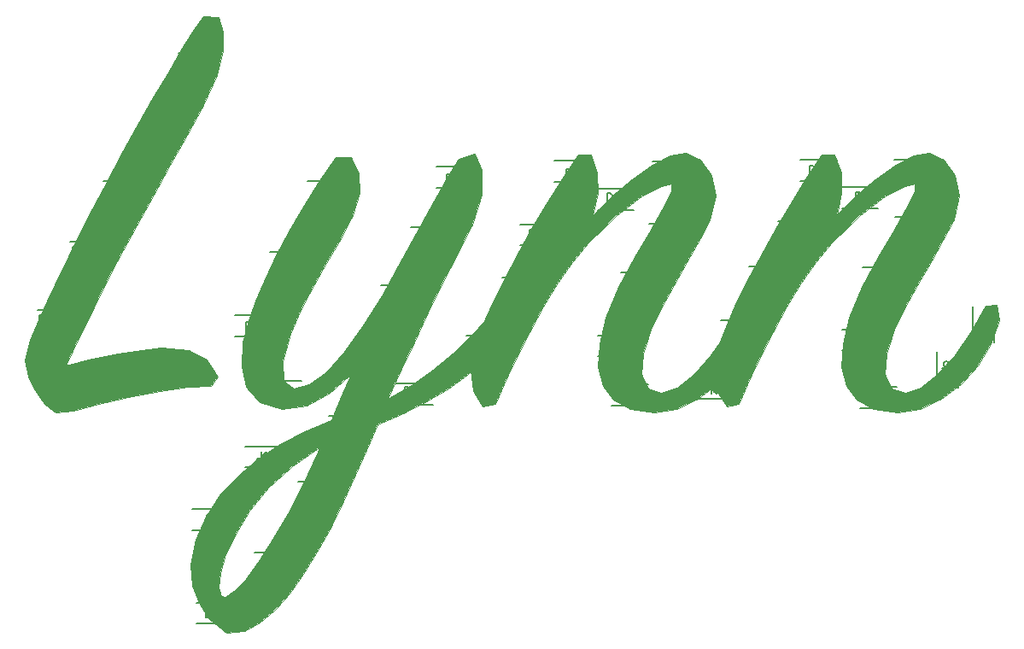
<source format=gbr>
G04 #@! TF.FileFunction,Legend,Top*
%FSLAX46Y46*%
G04 Gerber Fmt 4.6, Leading zero omitted, Abs format (unit mm)*
G04 Created by KiCad (PCBNEW 4.0.6) date Thursday, 15 February 2018 'PMt' 20:30:34*
%MOMM*%
%LPD*%
G01*
G04 APERTURE LIST*
%ADD10C,0.100000*%
%ADD11C,0.150000*%
%ADD12C,0.124521*%
G04 APERTURE END LIST*
D10*
D11*
X240200000Y-92100000D02*
X240200000Y-95700000D01*
X242300000Y-92100000D02*
X242300000Y-95700000D01*
X241550000Y-94150000D02*
X240950000Y-94150000D01*
X240950000Y-94150000D02*
X241250000Y-93850000D01*
X241250000Y-93850000D02*
X241450000Y-94050000D01*
X241450000Y-94050000D02*
X241200000Y-94050000D01*
X241200000Y-94050000D02*
X241250000Y-94000000D01*
X241750000Y-93750000D02*
X240750000Y-93750000D01*
X241250000Y-94250000D02*
X241250000Y-94750000D01*
X241250000Y-93750000D02*
X241750000Y-94250000D01*
X241750000Y-94250000D02*
X240750000Y-94250000D01*
X240750000Y-94250000D02*
X241250000Y-93750000D01*
X232450000Y-79650000D02*
X236050000Y-79650000D01*
X232450000Y-77550000D02*
X236050000Y-77550000D01*
X234500000Y-78300000D02*
X234500000Y-78900000D01*
X234500000Y-78900000D02*
X234200000Y-78600000D01*
X234200000Y-78600000D02*
X234400000Y-78400000D01*
X234400000Y-78400000D02*
X234400000Y-78650000D01*
X234400000Y-78650000D02*
X234350000Y-78600000D01*
X234100000Y-78100000D02*
X234100000Y-79100000D01*
X234600000Y-78600000D02*
X235100000Y-78600000D01*
X234100000Y-78600000D02*
X234600000Y-78100000D01*
X234600000Y-78100000D02*
X234600000Y-79100000D01*
X234600000Y-79100000D02*
X234100000Y-78600000D01*
X227250000Y-82350000D02*
X230850000Y-82350000D01*
X227250000Y-80250000D02*
X230850000Y-80250000D01*
X229300000Y-81000000D02*
X229300000Y-81600000D01*
X229300000Y-81600000D02*
X229000000Y-81300000D01*
X229000000Y-81300000D02*
X229200000Y-81100000D01*
X229200000Y-81100000D02*
X229200000Y-81350000D01*
X229200000Y-81350000D02*
X229150000Y-81300000D01*
X228900000Y-80800000D02*
X228900000Y-81800000D01*
X229400000Y-81300000D02*
X229900000Y-81300000D01*
X228900000Y-81300000D02*
X229400000Y-80800000D01*
X229400000Y-80800000D02*
X229400000Y-81800000D01*
X229400000Y-81800000D02*
X228900000Y-81300000D01*
X232550000Y-85350000D02*
X236150000Y-85350000D01*
X232550000Y-83250000D02*
X236150000Y-83250000D01*
X234600000Y-84000000D02*
X234600000Y-84600000D01*
X234600000Y-84600000D02*
X234300000Y-84300000D01*
X234300000Y-84300000D02*
X234500000Y-84100000D01*
X234500000Y-84100000D02*
X234500000Y-84350000D01*
X234500000Y-84350000D02*
X234450000Y-84300000D01*
X234200000Y-83800000D02*
X234200000Y-84800000D01*
X234700000Y-84300000D02*
X235200000Y-84300000D01*
X234200000Y-84300000D02*
X234700000Y-83800000D01*
X234700000Y-83800000D02*
X234700000Y-84800000D01*
X234700000Y-84800000D02*
X234200000Y-84300000D01*
X229300000Y-90300000D02*
X232900000Y-90300000D01*
X229300000Y-88200000D02*
X232900000Y-88200000D01*
X231350000Y-88950000D02*
X231350000Y-89550000D01*
X231350000Y-89550000D02*
X231050000Y-89250000D01*
X231050000Y-89250000D02*
X231250000Y-89050000D01*
X231250000Y-89050000D02*
X231250000Y-89300000D01*
X231250000Y-89300000D02*
X231200000Y-89250000D01*
X230950000Y-88750000D02*
X230950000Y-89750000D01*
X231450000Y-89250000D02*
X231950000Y-89250000D01*
X230950000Y-89250000D02*
X231450000Y-88750000D01*
X231450000Y-88750000D02*
X231450000Y-89750000D01*
X231450000Y-89750000D02*
X230950000Y-89250000D01*
X227250000Y-96450000D02*
X230850000Y-96450000D01*
X227250000Y-94350000D02*
X230850000Y-94350000D01*
X229300000Y-95100000D02*
X229300000Y-95700000D01*
X229300000Y-95700000D02*
X229000000Y-95400000D01*
X229000000Y-95400000D02*
X229200000Y-95200000D01*
X229200000Y-95200000D02*
X229200000Y-95450000D01*
X229200000Y-95450000D02*
X229150000Y-95400000D01*
X228900000Y-94900000D02*
X228900000Y-95900000D01*
X229400000Y-95400000D02*
X229900000Y-95400000D01*
X228900000Y-95400000D02*
X229400000Y-94900000D01*
X229400000Y-94900000D02*
X229400000Y-95900000D01*
X229400000Y-95900000D02*
X228900000Y-95400000D01*
X218050000Y-90250000D02*
X221650000Y-90250000D01*
X218050000Y-88150000D02*
X221650000Y-88150000D01*
X220100000Y-88900000D02*
X220100000Y-89500000D01*
X220100000Y-89500000D02*
X219800000Y-89200000D01*
X219800000Y-89200000D02*
X220000000Y-89000000D01*
X220000000Y-89000000D02*
X220000000Y-89250000D01*
X220000000Y-89250000D02*
X219950000Y-89200000D01*
X219700000Y-88700000D02*
X219700000Y-89700000D01*
X220200000Y-89200000D02*
X220700000Y-89200000D01*
X219700000Y-89200000D02*
X220200000Y-88700000D01*
X220200000Y-88700000D02*
X220200000Y-89700000D01*
X220200000Y-89700000D02*
X219700000Y-89200000D01*
X215250000Y-95550000D02*
X218850000Y-95550000D01*
X215250000Y-93450000D02*
X218850000Y-93450000D01*
X217300000Y-94200000D02*
X217300000Y-94800000D01*
X217300000Y-94800000D02*
X217000000Y-94500000D01*
X217000000Y-94500000D02*
X217200000Y-94300000D01*
X217200000Y-94300000D02*
X217200000Y-94550000D01*
X217200000Y-94550000D02*
X217150000Y-94500000D01*
X216900000Y-94000000D02*
X216900000Y-95000000D01*
X217400000Y-94500000D02*
X217900000Y-94500000D01*
X216900000Y-94500000D02*
X217400000Y-94000000D01*
X217400000Y-94000000D02*
X217400000Y-95000000D01*
X217400000Y-95000000D02*
X216900000Y-94500000D01*
X204450000Y-101950000D02*
X208050000Y-101950000D01*
X204450000Y-99850000D02*
X208050000Y-99850000D01*
X206500000Y-100600000D02*
X206500000Y-101200000D01*
X206500000Y-101200000D02*
X206200000Y-100900000D01*
X206200000Y-100900000D02*
X206400000Y-100700000D01*
X206400000Y-100700000D02*
X206400000Y-100950000D01*
X206400000Y-100950000D02*
X206350000Y-100900000D01*
X206100000Y-100400000D02*
X206100000Y-101400000D01*
X206600000Y-100900000D02*
X207100000Y-100900000D01*
X206100000Y-100900000D02*
X206600000Y-100400000D01*
X206600000Y-100400000D02*
X206600000Y-101400000D01*
X206600000Y-101400000D02*
X206100000Y-100900000D01*
X212650000Y-101250000D02*
X216250000Y-101250000D01*
X212650000Y-99150000D02*
X216250000Y-99150000D01*
X214700000Y-99900000D02*
X214700000Y-100500000D01*
X214700000Y-100500000D02*
X214400000Y-100200000D01*
X214400000Y-100200000D02*
X214600000Y-100000000D01*
X214600000Y-100000000D02*
X214600000Y-100250000D01*
X214600000Y-100250000D02*
X214550000Y-100200000D01*
X214300000Y-99700000D02*
X214300000Y-100700000D01*
X214800000Y-100200000D02*
X215300000Y-100200000D01*
X214300000Y-100200000D02*
X214800000Y-99700000D01*
X214800000Y-99700000D02*
X214800000Y-100700000D01*
X214800000Y-100700000D02*
X214300000Y-100200000D01*
X229050000Y-102150000D02*
X232650000Y-102150000D01*
X229050000Y-100050000D02*
X232650000Y-100050000D01*
X231100000Y-100800000D02*
X231100000Y-101400000D01*
X231100000Y-101400000D02*
X230800000Y-101100000D01*
X230800000Y-101100000D02*
X231000000Y-100900000D01*
X231000000Y-100900000D02*
X231000000Y-101150000D01*
X231000000Y-101150000D02*
X230950000Y-101100000D01*
X230700000Y-100600000D02*
X230700000Y-101600000D01*
X231200000Y-101100000D02*
X231700000Y-101100000D01*
X230700000Y-101100000D02*
X231200000Y-100600000D01*
X231200000Y-100600000D02*
X231200000Y-101600000D01*
X231200000Y-101600000D02*
X230700000Y-101100000D01*
X236650000Y-96550000D02*
X236650000Y-100150000D01*
X238750000Y-96550000D02*
X238750000Y-100150000D01*
X238000000Y-98600000D02*
X237400000Y-98600000D01*
X237400000Y-98600000D02*
X237700000Y-98300000D01*
X237700000Y-98300000D02*
X237900000Y-98500000D01*
X237900000Y-98500000D02*
X237650000Y-98500000D01*
X237650000Y-98500000D02*
X237700000Y-98450000D01*
X238200000Y-98200000D02*
X237200000Y-98200000D01*
X237700000Y-98700000D02*
X237700000Y-99200000D01*
X237700000Y-98200000D02*
X238200000Y-98700000D01*
X238200000Y-98700000D02*
X237200000Y-98700000D01*
X237200000Y-98700000D02*
X237700000Y-98200000D01*
X220950000Y-85750000D02*
X224550000Y-85750000D01*
X220950000Y-83650000D02*
X224550000Y-83650000D01*
X223000000Y-84400000D02*
X223000000Y-85000000D01*
X223000000Y-85000000D02*
X222700000Y-84700000D01*
X222700000Y-84700000D02*
X222900000Y-84500000D01*
X222900000Y-84500000D02*
X222900000Y-84750000D01*
X222900000Y-84750000D02*
X222850000Y-84700000D01*
X222600000Y-84200000D02*
X222600000Y-85200000D01*
X223100000Y-84700000D02*
X223600000Y-84700000D01*
X222600000Y-84700000D02*
X223100000Y-84200000D01*
X223100000Y-84200000D02*
X223100000Y-85200000D01*
X223100000Y-85200000D02*
X222600000Y-84700000D01*
X223150000Y-79650000D02*
X226750000Y-79650000D01*
X223150000Y-77550000D02*
X226750000Y-77550000D01*
X225200000Y-78300000D02*
X225200000Y-78900000D01*
X225200000Y-78900000D02*
X224900000Y-78600000D01*
X224900000Y-78600000D02*
X225100000Y-78400000D01*
X225100000Y-78400000D02*
X225100000Y-78650000D01*
X225100000Y-78650000D02*
X225050000Y-78600000D01*
X224800000Y-78100000D02*
X224800000Y-79100000D01*
X225300000Y-78600000D02*
X225800000Y-78600000D01*
X224800000Y-78600000D02*
X225300000Y-78100000D01*
X225300000Y-78100000D02*
X225300000Y-79100000D01*
X225300000Y-79100000D02*
X224800000Y-78600000D01*
X203050000Y-97050000D02*
X206650000Y-97050000D01*
X203050000Y-94950000D02*
X206650000Y-94950000D01*
X205100000Y-95700000D02*
X205100000Y-96300000D01*
X205100000Y-96300000D02*
X204800000Y-96000000D01*
X204800000Y-96000000D02*
X205000000Y-95800000D01*
X205000000Y-95800000D02*
X205000000Y-96050000D01*
X205000000Y-96050000D02*
X204950000Y-96000000D01*
X204700000Y-95500000D02*
X204700000Y-96500000D01*
X205200000Y-96000000D02*
X205700000Y-96000000D01*
X204700000Y-96000000D02*
X205200000Y-95500000D01*
X205200000Y-95500000D02*
X205200000Y-96500000D01*
X205200000Y-96500000D02*
X204700000Y-96000000D01*
X205300000Y-90800000D02*
X208900000Y-90800000D01*
X205300000Y-88700000D02*
X208900000Y-88700000D01*
X207350000Y-89450000D02*
X207350000Y-90050000D01*
X207350000Y-90050000D02*
X207050000Y-89750000D01*
X207050000Y-89750000D02*
X207250000Y-89550000D01*
X207250000Y-89550000D02*
X207250000Y-89800000D01*
X207250000Y-89800000D02*
X207200000Y-89750000D01*
X206950000Y-89250000D02*
X206950000Y-90250000D01*
X207450000Y-89750000D02*
X207950000Y-89750000D01*
X206950000Y-89750000D02*
X207450000Y-89250000D01*
X207450000Y-89250000D02*
X207450000Y-90250000D01*
X207450000Y-90250000D02*
X206950000Y-89750000D01*
X195350000Y-86050000D02*
X198950000Y-86050000D01*
X195350000Y-83950000D02*
X198950000Y-83950000D01*
X197400000Y-84700000D02*
X197400000Y-85300000D01*
X197400000Y-85300000D02*
X197100000Y-85000000D01*
X197100000Y-85000000D02*
X197300000Y-84800000D01*
X197300000Y-84800000D02*
X197300000Y-85050000D01*
X197300000Y-85050000D02*
X197250000Y-85000000D01*
X197000000Y-84500000D02*
X197000000Y-85500000D01*
X197500000Y-85000000D02*
X198000000Y-85000000D01*
X197000000Y-85000000D02*
X197500000Y-84500000D01*
X197500000Y-84500000D02*
X197500000Y-85500000D01*
X197500000Y-85500000D02*
X197000000Y-85000000D01*
X198750000Y-79750000D02*
X202350000Y-79750000D01*
X198750000Y-77650000D02*
X202350000Y-77650000D01*
X200800000Y-78400000D02*
X200800000Y-79000000D01*
X200800000Y-79000000D02*
X200500000Y-78700000D01*
X200500000Y-78700000D02*
X200700000Y-78500000D01*
X200700000Y-78500000D02*
X200700000Y-78750000D01*
X200700000Y-78750000D02*
X200650000Y-78700000D01*
X200400000Y-78200000D02*
X200400000Y-79200000D01*
X200900000Y-78700000D02*
X201400000Y-78700000D01*
X200400000Y-78700000D02*
X200900000Y-78200000D01*
X200900000Y-78200000D02*
X200900000Y-79200000D01*
X200900000Y-79200000D02*
X200400000Y-78700000D01*
X203050000Y-82550000D02*
X206650000Y-82550000D01*
X203050000Y-80450000D02*
X206650000Y-80450000D01*
X205100000Y-81200000D02*
X205100000Y-81800000D01*
X205100000Y-81800000D02*
X204800000Y-81500000D01*
X204800000Y-81500000D02*
X205000000Y-81300000D01*
X205000000Y-81300000D02*
X205000000Y-81550000D01*
X205000000Y-81550000D02*
X204950000Y-81500000D01*
X204700000Y-81000000D02*
X204700000Y-82000000D01*
X205200000Y-81500000D02*
X205700000Y-81500000D01*
X204700000Y-81500000D02*
X205200000Y-81000000D01*
X205200000Y-81000000D02*
X205200000Y-82000000D01*
X205200000Y-82000000D02*
X204700000Y-81500000D01*
X208450000Y-79850000D02*
X212050000Y-79850000D01*
X208450000Y-77750000D02*
X212050000Y-77750000D01*
X210500000Y-78500000D02*
X210500000Y-79100000D01*
X210500000Y-79100000D02*
X210200000Y-78800000D01*
X210200000Y-78800000D02*
X210400000Y-78600000D01*
X210400000Y-78600000D02*
X210400000Y-78850000D01*
X210400000Y-78850000D02*
X210350000Y-78800000D01*
X210100000Y-78300000D02*
X210100000Y-79300000D01*
X210600000Y-78800000D02*
X211100000Y-78800000D01*
X210100000Y-78800000D02*
X210600000Y-78300000D01*
X210600000Y-78300000D02*
X210600000Y-79300000D01*
X210600000Y-79300000D02*
X210100000Y-78800000D01*
X208150000Y-85950000D02*
X211750000Y-85950000D01*
X208150000Y-83850000D02*
X211750000Y-83850000D01*
X210200000Y-84600000D02*
X210200000Y-85200000D01*
X210200000Y-85200000D02*
X209900000Y-84900000D01*
X209900000Y-84900000D02*
X210100000Y-84700000D01*
X210100000Y-84700000D02*
X210100000Y-84950000D01*
X210100000Y-84950000D02*
X210050000Y-84900000D01*
X209800000Y-84400000D02*
X209800000Y-85400000D01*
X210300000Y-84900000D02*
X210800000Y-84900000D01*
X209800000Y-84900000D02*
X210300000Y-84400000D01*
X210300000Y-84400000D02*
X210300000Y-85400000D01*
X210300000Y-85400000D02*
X209800000Y-84900000D01*
X193550000Y-91300000D02*
X197150000Y-91300000D01*
X193550000Y-89200000D02*
X197150000Y-89200000D01*
X195600000Y-89950000D02*
X195600000Y-90550000D01*
X195600000Y-90550000D02*
X195300000Y-90250000D01*
X195300000Y-90250000D02*
X195500000Y-90050000D01*
X195500000Y-90050000D02*
X195500000Y-90300000D01*
X195500000Y-90300000D02*
X195450000Y-90250000D01*
X195200000Y-89750000D02*
X195200000Y-90750000D01*
X195700000Y-90250000D02*
X196200000Y-90250000D01*
X195200000Y-90250000D02*
X195700000Y-89750000D01*
X195700000Y-89750000D02*
X195700000Y-90750000D01*
X195700000Y-90750000D02*
X195200000Y-90250000D01*
X190050000Y-97050000D02*
X193650000Y-97050000D01*
X190050000Y-94950000D02*
X193650000Y-94950000D01*
X192100000Y-95700000D02*
X192100000Y-96300000D01*
X192100000Y-96300000D02*
X191800000Y-96000000D01*
X191800000Y-96000000D02*
X192000000Y-95800000D01*
X192000000Y-95800000D02*
X192000000Y-96050000D01*
X192000000Y-96050000D02*
X191950000Y-96000000D01*
X191700000Y-95500000D02*
X191700000Y-96500000D01*
X192200000Y-96000000D02*
X192700000Y-96000000D01*
X191700000Y-96000000D02*
X192200000Y-95500000D01*
X192200000Y-95500000D02*
X192200000Y-96500000D01*
X192200000Y-96500000D02*
X191700000Y-96000000D01*
X183100000Y-101800000D02*
X186700000Y-101800000D01*
X183100000Y-99700000D02*
X186700000Y-99700000D01*
X185150000Y-100450000D02*
X185150000Y-101050000D01*
X185150000Y-101050000D02*
X184850000Y-100750000D01*
X184850000Y-100750000D02*
X185050000Y-100550000D01*
X185050000Y-100550000D02*
X185050000Y-100800000D01*
X185050000Y-100800000D02*
X185000000Y-100750000D01*
X184750000Y-100250000D02*
X184750000Y-101250000D01*
X185250000Y-100750000D02*
X185750000Y-100750000D01*
X184750000Y-100750000D02*
X185250000Y-100250000D01*
X185250000Y-100250000D02*
X185250000Y-101250000D01*
X185250000Y-101250000D02*
X184750000Y-100750000D01*
X176350000Y-105050000D02*
X179950000Y-105050000D01*
X176350000Y-102950000D02*
X179950000Y-102950000D01*
X178400000Y-103700000D02*
X178400000Y-104300000D01*
X178400000Y-104300000D02*
X178100000Y-104000000D01*
X178100000Y-104000000D02*
X178300000Y-103800000D01*
X178300000Y-103800000D02*
X178300000Y-104050000D01*
X178300000Y-104050000D02*
X178250000Y-104000000D01*
X178000000Y-103500000D02*
X178000000Y-104500000D01*
X178500000Y-104000000D02*
X179000000Y-104000000D01*
X178000000Y-104000000D02*
X178500000Y-103500000D01*
X178500000Y-103500000D02*
X178500000Y-104500000D01*
X178500000Y-104500000D02*
X178000000Y-104000000D01*
X168050000Y-108050000D02*
X171650000Y-108050000D01*
X168050000Y-105950000D02*
X171650000Y-105950000D01*
X170100000Y-106700000D02*
X170100000Y-107300000D01*
X170100000Y-107300000D02*
X169800000Y-107000000D01*
X169800000Y-107000000D02*
X170000000Y-106800000D01*
X170000000Y-106800000D02*
X170000000Y-107050000D01*
X170000000Y-107050000D02*
X169950000Y-107000000D01*
X169700000Y-106500000D02*
X169700000Y-107500000D01*
X170200000Y-107000000D02*
X170700000Y-107000000D01*
X169700000Y-107000000D02*
X170200000Y-106500000D01*
X170200000Y-106500000D02*
X170200000Y-107500000D01*
X170200000Y-107500000D02*
X169700000Y-107000000D01*
X162800000Y-114300000D02*
X166400000Y-114300000D01*
X162800000Y-112200000D02*
X166400000Y-112200000D01*
X164850000Y-112950000D02*
X164850000Y-113550000D01*
X164850000Y-113550000D02*
X164550000Y-113250000D01*
X164550000Y-113250000D02*
X164750000Y-113050000D01*
X164750000Y-113050000D02*
X164750000Y-113300000D01*
X164750000Y-113300000D02*
X164700000Y-113250000D01*
X164450000Y-112750000D02*
X164450000Y-113750000D01*
X164950000Y-113250000D02*
X165450000Y-113250000D01*
X164450000Y-113250000D02*
X164950000Y-112750000D01*
X164950000Y-112750000D02*
X164950000Y-113750000D01*
X164950000Y-113750000D02*
X164450000Y-113250000D01*
X163300000Y-123550000D02*
X166900000Y-123550000D01*
X163300000Y-121450000D02*
X166900000Y-121450000D01*
X165350000Y-122200000D02*
X165350000Y-122800000D01*
X165350000Y-122800000D02*
X165050000Y-122500000D01*
X165050000Y-122500000D02*
X165250000Y-122300000D01*
X165250000Y-122300000D02*
X165250000Y-122550000D01*
X165250000Y-122550000D02*
X165200000Y-122500000D01*
X164950000Y-122000000D02*
X164950000Y-123000000D01*
X165450000Y-122500000D02*
X165950000Y-122500000D01*
X164950000Y-122500000D02*
X165450000Y-122000000D01*
X165450000Y-122000000D02*
X165450000Y-123000000D01*
X165450000Y-123000000D02*
X164950000Y-122500000D01*
X169050000Y-118550000D02*
X172650000Y-118550000D01*
X169050000Y-116450000D02*
X172650000Y-116450000D01*
X171100000Y-117200000D02*
X171100000Y-117800000D01*
X171100000Y-117800000D02*
X170800000Y-117500000D01*
X170800000Y-117500000D02*
X171000000Y-117300000D01*
X171000000Y-117300000D02*
X171000000Y-117550000D01*
X171000000Y-117550000D02*
X170950000Y-117500000D01*
X170700000Y-117000000D02*
X170700000Y-118000000D01*
X171200000Y-117500000D02*
X171700000Y-117500000D01*
X170700000Y-117500000D02*
X171200000Y-117000000D01*
X171200000Y-117000000D02*
X171200000Y-118000000D01*
X171200000Y-118000000D02*
X170700000Y-117500000D01*
X173300000Y-111550000D02*
X176900000Y-111550000D01*
X173300000Y-109450000D02*
X176900000Y-109450000D01*
X175350000Y-110200000D02*
X175350000Y-110800000D01*
X175350000Y-110800000D02*
X175050000Y-110500000D01*
X175050000Y-110500000D02*
X175250000Y-110300000D01*
X175250000Y-110300000D02*
X175250000Y-110550000D01*
X175250000Y-110550000D02*
X175200000Y-110500000D01*
X174950000Y-110000000D02*
X174950000Y-111000000D01*
X175450000Y-110500000D02*
X175950000Y-110500000D01*
X174950000Y-110500000D02*
X175450000Y-110000000D01*
X175450000Y-110000000D02*
X175450000Y-111000000D01*
X175450000Y-111000000D02*
X174950000Y-110500000D01*
X178550000Y-98300000D02*
X182150000Y-98300000D01*
X178550000Y-96200000D02*
X182150000Y-96200000D01*
X180600000Y-96950000D02*
X180600000Y-97550000D01*
X180600000Y-97550000D02*
X180300000Y-97250000D01*
X180300000Y-97250000D02*
X180500000Y-97050000D01*
X180500000Y-97050000D02*
X180500000Y-97300000D01*
X180500000Y-97300000D02*
X180450000Y-97250000D01*
X180200000Y-96750000D02*
X180200000Y-97750000D01*
X180700000Y-97250000D02*
X181200000Y-97250000D01*
X180200000Y-97250000D02*
X180700000Y-96750000D01*
X180700000Y-96750000D02*
X180700000Y-97750000D01*
X180700000Y-97750000D02*
X180200000Y-97250000D01*
X181550000Y-92050000D02*
X185150000Y-92050000D01*
X181550000Y-89950000D02*
X185150000Y-89950000D01*
X183600000Y-90700000D02*
X183600000Y-91300000D01*
X183600000Y-91300000D02*
X183300000Y-91000000D01*
X183300000Y-91000000D02*
X183500000Y-90800000D01*
X183500000Y-90800000D02*
X183500000Y-91050000D01*
X183500000Y-91050000D02*
X183450000Y-91000000D01*
X183200000Y-90500000D02*
X183200000Y-91500000D01*
X183700000Y-91000000D02*
X184200000Y-91000000D01*
X183200000Y-91000000D02*
X183700000Y-90500000D01*
X183700000Y-90500000D02*
X183700000Y-91500000D01*
X183700000Y-91500000D02*
X183200000Y-91000000D01*
X184550000Y-86300000D02*
X188150000Y-86300000D01*
X184550000Y-84200000D02*
X188150000Y-84200000D01*
X186600000Y-84950000D02*
X186600000Y-85550000D01*
X186600000Y-85550000D02*
X186300000Y-85250000D01*
X186300000Y-85250000D02*
X186500000Y-85050000D01*
X186500000Y-85050000D02*
X186500000Y-85300000D01*
X186500000Y-85300000D02*
X186450000Y-85250000D01*
X186200000Y-84750000D02*
X186200000Y-85750000D01*
X186700000Y-85250000D02*
X187200000Y-85250000D01*
X186200000Y-85250000D02*
X186700000Y-84750000D01*
X186700000Y-84750000D02*
X186700000Y-85750000D01*
X186700000Y-85750000D02*
X186200000Y-85250000D01*
X187050000Y-80300000D02*
X190650000Y-80300000D01*
X187050000Y-78200000D02*
X190650000Y-78200000D01*
X189100000Y-78950000D02*
X189100000Y-79550000D01*
X189100000Y-79550000D02*
X188800000Y-79250000D01*
X188800000Y-79250000D02*
X189000000Y-79050000D01*
X189000000Y-79050000D02*
X189000000Y-79300000D01*
X189000000Y-79300000D02*
X188950000Y-79250000D01*
X188700000Y-78750000D02*
X188700000Y-79750000D01*
X189200000Y-79250000D02*
X189700000Y-79250000D01*
X188700000Y-79250000D02*
X189200000Y-78750000D01*
X189200000Y-78750000D02*
X189200000Y-79750000D01*
X189200000Y-79750000D02*
X188700000Y-79250000D01*
X170050000Y-101550000D02*
X173650000Y-101550000D01*
X170050000Y-99450000D02*
X173650000Y-99450000D01*
X172100000Y-100200000D02*
X172100000Y-100800000D01*
X172100000Y-100800000D02*
X171800000Y-100500000D01*
X171800000Y-100500000D02*
X172000000Y-100300000D01*
X172000000Y-100300000D02*
X172000000Y-100550000D01*
X172000000Y-100550000D02*
X171950000Y-100500000D01*
X171700000Y-100000000D02*
X171700000Y-101000000D01*
X172200000Y-100500000D02*
X172700000Y-100500000D01*
X171700000Y-100500000D02*
X172200000Y-100000000D01*
X172200000Y-100000000D02*
X172200000Y-101000000D01*
X172200000Y-101000000D02*
X171700000Y-100500000D01*
X167050000Y-95050000D02*
X170650000Y-95050000D01*
X167050000Y-92950000D02*
X170650000Y-92950000D01*
X169100000Y-93700000D02*
X169100000Y-94300000D01*
X169100000Y-94300000D02*
X168800000Y-94000000D01*
X168800000Y-94000000D02*
X169000000Y-93800000D01*
X169000000Y-93800000D02*
X169000000Y-94050000D01*
X169000000Y-94050000D02*
X168950000Y-94000000D01*
X168700000Y-93500000D02*
X168700000Y-94500000D01*
X169200000Y-94000000D02*
X169700000Y-94000000D01*
X168700000Y-94000000D02*
X169200000Y-93500000D01*
X169200000Y-93500000D02*
X169200000Y-94500000D01*
X169200000Y-94500000D02*
X168700000Y-94000000D01*
X170550000Y-88800000D02*
X174150000Y-88800000D01*
X170550000Y-86700000D02*
X174150000Y-86700000D01*
X172600000Y-87450000D02*
X172600000Y-88050000D01*
X172600000Y-88050000D02*
X172300000Y-87750000D01*
X172300000Y-87750000D02*
X172500000Y-87550000D01*
X172500000Y-87550000D02*
X172500000Y-87800000D01*
X172500000Y-87800000D02*
X172450000Y-87750000D01*
X172200000Y-87250000D02*
X172200000Y-88250000D01*
X172700000Y-87750000D02*
X173200000Y-87750000D01*
X172200000Y-87750000D02*
X172700000Y-87250000D01*
X172700000Y-87250000D02*
X172700000Y-88250000D01*
X172700000Y-88250000D02*
X172200000Y-87750000D01*
X174300000Y-81800000D02*
X177900000Y-81800000D01*
X174300000Y-79700000D02*
X177900000Y-79700000D01*
X176350000Y-80450000D02*
X176350000Y-81050000D01*
X176350000Y-81050000D02*
X176050000Y-80750000D01*
X176050000Y-80750000D02*
X176250000Y-80550000D01*
X176250000Y-80550000D02*
X176250000Y-80800000D01*
X176250000Y-80800000D02*
X176200000Y-80750000D01*
X175950000Y-80250000D02*
X175950000Y-81250000D01*
X176450000Y-80750000D02*
X176950000Y-80750000D01*
X175950000Y-80750000D02*
X176450000Y-80250000D01*
X176450000Y-80250000D02*
X176450000Y-81250000D01*
X176450000Y-81250000D02*
X175950000Y-80750000D01*
X162850000Y-97200000D02*
X159250000Y-97200000D01*
X162850000Y-99300000D02*
X159250000Y-99300000D01*
X160800000Y-98550000D02*
X160800000Y-97950000D01*
X160800000Y-97950000D02*
X161100000Y-98250000D01*
X161100000Y-98250000D02*
X160900000Y-98450000D01*
X160900000Y-98450000D02*
X160900000Y-98200000D01*
X160900000Y-98200000D02*
X160950000Y-98250000D01*
X161200000Y-98750000D02*
X161200000Y-97750000D01*
X160700000Y-98250000D02*
X160200000Y-98250000D01*
X161200000Y-98250000D02*
X160700000Y-98750000D01*
X160700000Y-98750000D02*
X160700000Y-97750000D01*
X160700000Y-97750000D02*
X161200000Y-98250000D01*
X152850000Y-98950000D02*
X149250000Y-98950000D01*
X152850000Y-101050000D02*
X149250000Y-101050000D01*
X150800000Y-100300000D02*
X150800000Y-99700000D01*
X150800000Y-99700000D02*
X151100000Y-100000000D01*
X151100000Y-100000000D02*
X150900000Y-100200000D01*
X150900000Y-100200000D02*
X150900000Y-99950000D01*
X150900000Y-99950000D02*
X150950000Y-100000000D01*
X151200000Y-100500000D02*
X151200000Y-99500000D01*
X150700000Y-100000000D02*
X150200000Y-100000000D01*
X151200000Y-100000000D02*
X150700000Y-100500000D01*
X150700000Y-100500000D02*
X150700000Y-99500000D01*
X150700000Y-99500000D02*
X151200000Y-100000000D01*
X151100000Y-92450000D02*
X147500000Y-92450000D01*
X151100000Y-94550000D02*
X147500000Y-94550000D01*
X149050000Y-93800000D02*
X149050000Y-93200000D01*
X149050000Y-93200000D02*
X149350000Y-93500000D01*
X149350000Y-93500000D02*
X149150000Y-93700000D01*
X149150000Y-93700000D02*
X149150000Y-93450000D01*
X149150000Y-93450000D02*
X149200000Y-93500000D01*
X149450000Y-94000000D02*
X149450000Y-93000000D01*
X148950000Y-93500000D02*
X148450000Y-93500000D01*
X149450000Y-93500000D02*
X148950000Y-94000000D01*
X148950000Y-94000000D02*
X148950000Y-93000000D01*
X148950000Y-93000000D02*
X149450000Y-93500000D01*
X154350000Y-85700000D02*
X150750000Y-85700000D01*
X154350000Y-87800000D02*
X150750000Y-87800000D01*
X152300000Y-87050000D02*
X152300000Y-86450000D01*
X152300000Y-86450000D02*
X152600000Y-86750000D01*
X152600000Y-86750000D02*
X152400000Y-86950000D01*
X152400000Y-86950000D02*
X152400000Y-86700000D01*
X152400000Y-86700000D02*
X152450000Y-86750000D01*
X152700000Y-87250000D02*
X152700000Y-86250000D01*
X152200000Y-86750000D02*
X151700000Y-86750000D01*
X152700000Y-86750000D02*
X152200000Y-87250000D01*
X152200000Y-87250000D02*
X152200000Y-86250000D01*
X152200000Y-86250000D02*
X152700000Y-86750000D01*
X157600000Y-79700000D02*
X154000000Y-79700000D01*
X157600000Y-81800000D02*
X154000000Y-81800000D01*
X155550000Y-81050000D02*
X155550000Y-80450000D01*
X155550000Y-80450000D02*
X155850000Y-80750000D01*
X155850000Y-80750000D02*
X155650000Y-80950000D01*
X155650000Y-80950000D02*
X155650000Y-80700000D01*
X155650000Y-80700000D02*
X155700000Y-80750000D01*
X155950000Y-81250000D02*
X155950000Y-80250000D01*
X155450000Y-80750000D02*
X154950000Y-80750000D01*
X155950000Y-80750000D02*
X155450000Y-81250000D01*
X155450000Y-81250000D02*
X155450000Y-80250000D01*
X155450000Y-80250000D02*
X155950000Y-80750000D01*
X161850000Y-72950000D02*
X158250000Y-72950000D01*
X161850000Y-75050000D02*
X158250000Y-75050000D01*
X159800000Y-74300000D02*
X159800000Y-73700000D01*
X159800000Y-73700000D02*
X160100000Y-74000000D01*
X160100000Y-74000000D02*
X159900000Y-74200000D01*
X159900000Y-74200000D02*
X159900000Y-73950000D01*
X159900000Y-73950000D02*
X159950000Y-74000000D01*
X160200000Y-74500000D02*
X160200000Y-73500000D01*
X159700000Y-74000000D02*
X159200000Y-74000000D01*
X160200000Y-74000000D02*
X159700000Y-74500000D01*
X159700000Y-74500000D02*
X159700000Y-73500000D01*
X159700000Y-73500000D02*
X160200000Y-74000000D01*
X165100000Y-66950000D02*
X161500000Y-66950000D01*
X165100000Y-69050000D02*
X161500000Y-69050000D01*
X163050000Y-68300000D02*
X163050000Y-67700000D01*
X163050000Y-67700000D02*
X163350000Y-68000000D01*
X163350000Y-68000000D02*
X163150000Y-68200000D01*
X163150000Y-68200000D02*
X163150000Y-67950000D01*
X163150000Y-67950000D02*
X163200000Y-68000000D01*
X163450000Y-68500000D02*
X163450000Y-67500000D01*
X162950000Y-68000000D02*
X162450000Y-68000000D01*
X163450000Y-68000000D02*
X162950000Y-68500000D01*
X162950000Y-68500000D02*
X162950000Y-67500000D01*
X162950000Y-67500000D02*
X163450000Y-68000000D01*
D12*
G36*
X150277117Y-97941110D02*
X151567347Y-95214734D01*
X152894634Y-92522020D01*
X154243136Y-89877961D01*
X155597012Y-87297547D01*
X156940423Y-84795772D01*
X158257526Y-82387629D01*
X159532481Y-80088108D01*
X160749447Y-77912203D01*
X161892584Y-75874905D01*
X162946049Y-73991208D01*
X163894003Y-72276102D01*
X165330404Y-69155239D01*
X165925555Y-66699140D01*
X165897121Y-64819563D01*
X165462769Y-63428263D01*
X163956754Y-63302762D01*
X162963883Y-64765134D01*
X161777191Y-66645140D01*
X160434550Y-68874743D01*
X158973834Y-71385911D01*
X157432916Y-74110608D01*
X155849669Y-76980800D01*
X154261967Y-79928451D01*
X152707682Y-82885528D01*
X151224688Y-85783996D01*
X149850857Y-88555821D01*
X148624064Y-91132966D01*
X147582181Y-93447399D01*
X146763081Y-95431085D01*
X146268919Y-97462637D01*
X146574829Y-99070622D01*
X147296461Y-100396229D01*
X148206346Y-101768899D01*
X149312325Y-102600345D01*
X151030124Y-102396405D01*
X153549185Y-101774421D01*
X156514027Y-101110268D01*
X159587302Y-100512380D01*
X162431662Y-100089190D01*
X164709761Y-99949131D01*
X165337267Y-99007871D01*
X164296072Y-97383327D01*
X162487924Y-96386289D01*
X159815212Y-96184093D01*
X157821899Y-96405681D01*
X155493262Y-96780224D01*
X152941077Y-97295955D01*
X150277117Y-97941110D01*
X150277117Y-97941110D01*
G37*
X150277117Y-97941110D02*
X151567347Y-95214734D01*
X152894634Y-92522020D01*
X154243136Y-89877961D01*
X155597012Y-87297547D01*
X156940423Y-84795772D01*
X158257526Y-82387629D01*
X159532481Y-80088108D01*
X160749447Y-77912203D01*
X161892584Y-75874905D01*
X162946049Y-73991208D01*
X163894003Y-72276102D01*
X165330404Y-69155239D01*
X165925555Y-66699140D01*
X165897121Y-64819563D01*
X165462769Y-63428263D01*
X163956754Y-63302762D01*
X162963883Y-64765134D01*
X161777191Y-66645140D01*
X160434550Y-68874743D01*
X158973834Y-71385911D01*
X157432916Y-74110608D01*
X155849669Y-76980800D01*
X154261967Y-79928451D01*
X152707682Y-82885528D01*
X151224688Y-85783996D01*
X149850857Y-88555821D01*
X148624064Y-91132966D01*
X147582181Y-93447399D01*
X146763081Y-95431085D01*
X146268919Y-97462637D01*
X146574829Y-99070622D01*
X147296461Y-100396229D01*
X148206346Y-101768899D01*
X149312325Y-102600345D01*
X151030124Y-102396405D01*
X153549185Y-101774421D01*
X156514027Y-101110268D01*
X159587302Y-100512380D01*
X162431662Y-100089190D01*
X164709761Y-99949131D01*
X165337267Y-99007871D01*
X164296072Y-97383327D01*
X162487924Y-96386289D01*
X159815212Y-96184093D01*
X157821899Y-96405681D01*
X155493262Y-96780224D01*
X152941077Y-97295955D01*
X150277117Y-97941110D01*
G36*
X193230905Y-95368334D02*
X175535227Y-105973191D01*
X174028353Y-109309515D01*
X172469270Y-112356107D01*
X170923423Y-115046785D01*
X169456259Y-117315368D01*
X168133226Y-119095672D01*
X167019770Y-120321515D01*
X166181338Y-120926715D01*
X165683377Y-120845090D01*
X165447817Y-119948688D01*
X165599056Y-118521356D01*
X166153272Y-116691047D01*
X167126642Y-114585715D01*
X168535345Y-112333310D01*
X170395558Y-110061787D01*
X172723459Y-107899096D01*
X175535227Y-105973191D01*
X193230905Y-95368334D01*
X194242758Y-93148531D01*
X194360416Y-91728798D01*
X193356405Y-91603296D01*
X192002038Y-93334458D01*
X190448960Y-95056905D01*
X188697171Y-96741005D01*
X186746672Y-98357124D01*
X184597463Y-99875631D01*
X182249543Y-101266894D01*
X183442903Y-98585448D01*
X184727371Y-95820578D01*
X186048061Y-93065587D01*
X187350091Y-90413779D01*
X188578576Y-87958454D01*
X189678633Y-85792917D01*
X190595378Y-84010470D01*
X191580795Y-81017033D01*
X191534313Y-78595323D01*
X190846381Y-76982400D01*
X189277615Y-77421654D01*
X188139969Y-79209757D01*
X186932601Y-81309869D01*
X185669454Y-83626123D01*
X184364473Y-86062649D01*
X183031603Y-88523577D01*
X181684788Y-90913040D01*
X179777169Y-93993343D01*
X177914730Y-96594733D01*
X176127592Y-98584681D01*
X174445876Y-99830658D01*
X172899700Y-100200133D01*
X171898014Y-99428533D01*
X171788781Y-97541365D01*
X172585947Y-94803579D01*
X173526226Y-92639662D01*
X174601811Y-90481629D01*
X175877413Y-88194172D01*
X177417745Y-85641986D01*
X178795318Y-83058425D01*
X179449297Y-80833719D01*
X179385566Y-78926688D01*
X178610007Y-77296153D01*
X177041242Y-77296153D01*
X175356671Y-79743061D01*
X173807114Y-82210826D01*
X172404647Y-84651149D01*
X171161343Y-87015732D01*
X170089277Y-89256277D01*
X169200523Y-91324486D01*
X168507156Y-93172062D01*
X167852039Y-95672549D01*
X167708968Y-98055567D01*
X168213483Y-100098226D01*
X169501126Y-101577635D01*
X171707438Y-102270903D01*
X174164009Y-101906020D01*
X176467190Y-100648684D01*
X178547257Y-98819619D01*
X177551090Y-101102173D01*
X176601987Y-103337664D01*
X174000855Y-104468822D01*
X171552299Y-105771218D01*
X169301326Y-107254730D01*
X167292940Y-108929239D01*
X165572146Y-110804623D01*
X164183949Y-112890762D01*
X163173353Y-115197534D01*
X162663503Y-117710500D01*
X162859599Y-119770486D01*
X163526325Y-121489265D01*
X164428365Y-122978612D01*
X166216758Y-124461096D01*
X168005151Y-124296375D01*
X169544863Y-123460914D01*
X171038265Y-122198496D01*
X172484228Y-120567858D01*
X173881622Y-118627734D01*
X175229317Y-116436859D01*
X176526184Y-114053966D01*
X177771094Y-111537791D01*
X178962917Y-108947068D01*
X180100523Y-106340533D01*
X181182783Y-103776918D01*
X183713725Y-102683431D01*
X186077333Y-101513248D01*
X188242229Y-100231508D01*
X190177040Y-98803350D01*
X191850391Y-97193913D01*
X193230905Y-95368334D01*
X193230905Y-95368334D01*
G37*
X193230905Y-95368334D02*
X175535227Y-105973191D01*
X174028353Y-109309515D01*
X172469270Y-112356107D01*
X170923423Y-115046785D01*
X169456259Y-117315368D01*
X168133226Y-119095672D01*
X167019770Y-120321515D01*
X166181338Y-120926715D01*
X165683377Y-120845090D01*
X165447817Y-119948688D01*
X165599056Y-118521356D01*
X166153272Y-116691047D01*
X167126642Y-114585715D01*
X168535345Y-112333310D01*
X170395558Y-110061787D01*
X172723459Y-107899096D01*
X175535227Y-105973191D01*
X193230905Y-95368334D01*
X194242758Y-93148531D01*
X194360416Y-91728798D01*
X193356405Y-91603296D01*
X192002038Y-93334458D01*
X190448960Y-95056905D01*
X188697171Y-96741005D01*
X186746672Y-98357124D01*
X184597463Y-99875631D01*
X182249543Y-101266894D01*
X183442903Y-98585448D01*
X184727371Y-95820578D01*
X186048061Y-93065587D01*
X187350091Y-90413779D01*
X188578576Y-87958454D01*
X189678633Y-85792917D01*
X190595378Y-84010470D01*
X191580795Y-81017033D01*
X191534313Y-78595323D01*
X190846381Y-76982400D01*
X189277615Y-77421654D01*
X188139969Y-79209757D01*
X186932601Y-81309869D01*
X185669454Y-83626123D01*
X184364473Y-86062649D01*
X183031603Y-88523577D01*
X181684788Y-90913040D01*
X179777169Y-93993343D01*
X177914730Y-96594733D01*
X176127592Y-98584681D01*
X174445876Y-99830658D01*
X172899700Y-100200133D01*
X171898014Y-99428533D01*
X171788781Y-97541365D01*
X172585947Y-94803579D01*
X173526226Y-92639662D01*
X174601811Y-90481629D01*
X175877413Y-88194172D01*
X177417745Y-85641986D01*
X178795318Y-83058425D01*
X179449297Y-80833719D01*
X179385566Y-78926688D01*
X178610007Y-77296153D01*
X177041242Y-77296153D01*
X175356671Y-79743061D01*
X173807114Y-82210826D01*
X172404647Y-84651149D01*
X171161343Y-87015732D01*
X170089277Y-89256277D01*
X169200523Y-91324486D01*
X168507156Y-93172062D01*
X167852039Y-95672549D01*
X167708968Y-98055567D01*
X168213483Y-100098226D01*
X169501126Y-101577635D01*
X171707438Y-102270903D01*
X174164009Y-101906020D01*
X176467190Y-100648684D01*
X178547257Y-98819619D01*
X177551090Y-101102173D01*
X176601987Y-103337664D01*
X174000855Y-104468822D01*
X171552299Y-105771218D01*
X169301326Y-107254730D01*
X167292940Y-108929239D01*
X165572146Y-110804623D01*
X164183949Y-112890762D01*
X163173353Y-115197534D01*
X162663503Y-117710500D01*
X162859599Y-119770486D01*
X163526325Y-121489265D01*
X164428365Y-122978612D01*
X166216758Y-124461096D01*
X168005151Y-124296375D01*
X169544863Y-123460914D01*
X171038265Y-122198496D01*
X172484228Y-120567858D01*
X173881622Y-118627734D01*
X175229317Y-116436859D01*
X176526184Y-114053966D01*
X177771094Y-111537791D01*
X178962917Y-108947068D01*
X180100523Y-106340533D01*
X181182783Y-103776918D01*
X183713725Y-102683431D01*
X186077333Y-101513248D01*
X188242229Y-100231508D01*
X190177040Y-98803350D01*
X191850391Y-97193913D01*
X193230905Y-95368334D01*
G36*
X202580748Y-83006460D02*
X203047891Y-80805540D01*
X203013030Y-78785899D01*
X202392496Y-77045150D01*
X201074733Y-77045150D01*
X199559771Y-79353932D01*
X198014659Y-81843612D01*
X196491608Y-84424477D01*
X195042829Y-87006813D01*
X193720531Y-89500905D01*
X192576925Y-91817041D01*
X191664222Y-93865506D01*
X191034631Y-95556587D01*
X190472200Y-98347827D01*
X190718554Y-100483673D01*
X191662138Y-102019901D01*
X192854400Y-101768899D01*
X194017208Y-99239481D01*
X195203067Y-96732017D01*
X196427344Y-94283828D01*
X197705408Y-91932234D01*
X199052626Y-89714557D01*
X200484365Y-87668119D01*
X202015993Y-85830239D01*
X204916248Y-83020187D01*
X207428234Y-81139629D01*
X209304870Y-80129736D01*
X210299075Y-79931679D01*
X210356306Y-80664351D01*
X209585577Y-82237184D01*
X208267524Y-84465412D01*
X206682780Y-87164270D01*
X205111980Y-90148993D01*
X203835760Y-93234813D01*
X203186756Y-95822986D01*
X203078105Y-98085204D01*
X203537695Y-99956974D01*
X204593416Y-101373802D01*
X206273158Y-102271194D01*
X208604809Y-102584657D01*
X210805599Y-102223715D01*
X212958197Y-101233259D01*
X214939108Y-99751842D01*
X216624840Y-97918018D01*
X217891899Y-95870339D01*
X218668437Y-93470128D01*
X218456656Y-91917050D01*
X217389893Y-91979802D01*
X215885887Y-94555087D01*
X214273448Y-96889411D01*
X212609804Y-98802050D01*
X210952184Y-100112283D01*
X209357815Y-100639389D01*
X208018482Y-100194251D01*
X207396859Y-98819620D01*
X207504711Y-96739044D01*
X208353806Y-94176074D01*
X209388439Y-92078697D01*
X210651986Y-89806622D01*
X211981799Y-87516475D01*
X213215225Y-85364881D01*
X214189616Y-83508466D01*
X214760256Y-81136689D01*
X214330807Y-79076703D01*
X213218943Y-77569707D01*
X211742340Y-76856899D01*
X210265441Y-77086818D01*
X208436135Y-78018539D01*
X206429118Y-79450257D01*
X204419090Y-81180167D01*
X202580748Y-83006461D01*
X202580748Y-83006460D01*
X202580748Y-83006460D01*
G37*
X202580748Y-83006460D02*
X203047891Y-80805540D01*
X203013030Y-78785899D01*
X202392496Y-77045150D01*
X201074733Y-77045150D01*
X199559771Y-79353932D01*
X198014659Y-81843612D01*
X196491608Y-84424477D01*
X195042829Y-87006813D01*
X193720531Y-89500905D01*
X192576925Y-91817041D01*
X191664222Y-93865506D01*
X191034631Y-95556587D01*
X190472200Y-98347827D01*
X190718554Y-100483673D01*
X191662138Y-102019901D01*
X192854400Y-101768899D01*
X194017208Y-99239481D01*
X195203067Y-96732017D01*
X196427344Y-94283828D01*
X197705408Y-91932234D01*
X199052626Y-89714557D01*
X200484365Y-87668119D01*
X202015993Y-85830239D01*
X204916248Y-83020187D01*
X207428234Y-81139629D01*
X209304870Y-80129736D01*
X210299075Y-79931679D01*
X210356306Y-80664351D01*
X209585577Y-82237184D01*
X208267524Y-84465412D01*
X206682780Y-87164270D01*
X205111980Y-90148993D01*
X203835760Y-93234813D01*
X203186756Y-95822986D01*
X203078105Y-98085204D01*
X203537695Y-99956974D01*
X204593416Y-101373802D01*
X206273158Y-102271194D01*
X208604809Y-102584657D01*
X210805599Y-102223715D01*
X212958197Y-101233259D01*
X214939108Y-99751842D01*
X216624840Y-97918018D01*
X217891899Y-95870339D01*
X218668437Y-93470128D01*
X218456656Y-91917050D01*
X217389893Y-91979802D01*
X215885887Y-94555087D01*
X214273448Y-96889411D01*
X212609804Y-98802050D01*
X210952184Y-100112283D01*
X209357815Y-100639389D01*
X208018482Y-100194251D01*
X207396859Y-98819620D01*
X207504711Y-96739044D01*
X208353806Y-94176074D01*
X209388439Y-92078697D01*
X210651986Y-89806622D01*
X211981799Y-87516475D01*
X213215225Y-85364881D01*
X214189616Y-83508466D01*
X214760256Y-81136689D01*
X214330807Y-79076703D01*
X213218943Y-77569707D01*
X211742340Y-76856899D01*
X210265441Y-77086818D01*
X208436135Y-78018539D01*
X206429118Y-79450257D01*
X204419090Y-81180167D01*
X202580748Y-83006461D01*
X202580748Y-83006460D01*
G36*
X226725029Y-83006460D02*
X227192176Y-80805540D01*
X227157317Y-78785899D01*
X226536784Y-77045150D01*
X225219013Y-77045150D01*
X223704051Y-79353932D01*
X222158939Y-81843612D01*
X220635889Y-84424477D01*
X219187109Y-87006813D01*
X217864812Y-89500905D01*
X216721207Y-91817041D01*
X215808506Y-93865506D01*
X215178917Y-95556587D01*
X214616485Y-98347827D01*
X214862836Y-100483673D01*
X215806416Y-102019901D01*
X216998683Y-101768899D01*
X218161492Y-99239481D01*
X219347352Y-96732017D01*
X220571629Y-94283828D01*
X221849693Y-91932234D01*
X223196909Y-89714557D01*
X224628646Y-87668119D01*
X226160272Y-85830239D01*
X229060530Y-83020187D01*
X231572517Y-81139629D01*
X233449153Y-80129736D01*
X234443355Y-79931679D01*
X234500587Y-80664351D01*
X233729859Y-82237184D01*
X232411805Y-84465412D01*
X230827062Y-87164270D01*
X229256265Y-90148993D01*
X227980048Y-93234813D01*
X227331041Y-95822986D01*
X227222388Y-98085204D01*
X227681979Y-99956974D01*
X228737701Y-101373802D01*
X230417443Y-102271194D01*
X232749093Y-102584657D01*
X234949881Y-102223715D01*
X237102477Y-101233259D01*
X239083389Y-99751842D01*
X240769123Y-97918018D01*
X242036187Y-95870339D01*
X242812725Y-93470128D01*
X242600944Y-91917050D01*
X241534181Y-91979802D01*
X240030175Y-94555087D01*
X238417734Y-96889411D01*
X236754088Y-98802050D01*
X235096466Y-100112283D01*
X233502096Y-100639389D01*
X232162765Y-100194251D01*
X231541143Y-98819620D01*
X231648995Y-96739044D01*
X232498085Y-94176074D01*
X233532718Y-92078697D01*
X234796265Y-89806622D01*
X236126077Y-87516475D01*
X237359503Y-85364881D01*
X238333893Y-83508466D01*
X238904533Y-81136689D01*
X238475084Y-79076703D01*
X237363221Y-77569707D01*
X235886619Y-76856899D01*
X234409723Y-77086818D01*
X232580417Y-78018539D01*
X230573400Y-79450257D01*
X228563371Y-81180167D01*
X226725029Y-83006461D01*
X226725029Y-83006460D01*
X226725029Y-83006460D01*
G37*
X226725029Y-83006460D02*
X227192176Y-80805540D01*
X227157317Y-78785899D01*
X226536784Y-77045150D01*
X225219013Y-77045150D01*
X223704051Y-79353932D01*
X222158939Y-81843612D01*
X220635889Y-84424477D01*
X219187109Y-87006813D01*
X217864812Y-89500905D01*
X216721207Y-91817041D01*
X215808506Y-93865506D01*
X215178917Y-95556587D01*
X214616485Y-98347827D01*
X214862836Y-100483673D01*
X215806416Y-102019901D01*
X216998683Y-101768899D01*
X218161492Y-99239481D01*
X219347352Y-96732017D01*
X220571629Y-94283828D01*
X221849693Y-91932234D01*
X223196909Y-89714557D01*
X224628646Y-87668119D01*
X226160272Y-85830239D01*
X229060530Y-83020187D01*
X231572517Y-81139629D01*
X233449153Y-80129736D01*
X234443355Y-79931679D01*
X234500587Y-80664351D01*
X233729859Y-82237184D01*
X232411805Y-84465412D01*
X230827062Y-87164270D01*
X229256265Y-90148993D01*
X227980048Y-93234813D01*
X227331041Y-95822986D01*
X227222388Y-98085204D01*
X227681979Y-99956974D01*
X228737701Y-101373802D01*
X230417443Y-102271194D01*
X232749093Y-102584657D01*
X234949881Y-102223715D01*
X237102477Y-101233259D01*
X239083389Y-99751842D01*
X240769123Y-97918018D01*
X242036187Y-95870339D01*
X242812725Y-93470128D01*
X242600944Y-91917050D01*
X241534181Y-91979802D01*
X240030175Y-94555087D01*
X238417734Y-96889411D01*
X236754088Y-98802050D01*
X235096466Y-100112283D01*
X233502096Y-100639389D01*
X232162765Y-100194251D01*
X231541143Y-98819620D01*
X231648995Y-96739044D01*
X232498085Y-94176074D01*
X233532718Y-92078697D01*
X234796265Y-89806622D01*
X236126077Y-87516475D01*
X237359503Y-85364881D01*
X238333893Y-83508466D01*
X238904533Y-81136689D01*
X238475084Y-79076703D01*
X237363221Y-77569707D01*
X235886619Y-76856899D01*
X234409723Y-77086818D01*
X232580417Y-78018539D01*
X230573400Y-79450257D01*
X228563371Y-81180167D01*
X226725029Y-83006461D01*
X226725029Y-83006460D01*
D11*
X241702381Y-94988095D02*
X240702381Y-94988095D01*
X240702381Y-94750000D01*
X240750000Y-94607142D01*
X240845238Y-94511904D01*
X240940476Y-94464285D01*
X241130952Y-94416666D01*
X241273810Y-94416666D01*
X241464286Y-94464285D01*
X241559524Y-94511904D01*
X241654762Y-94607142D01*
X241702381Y-94750000D01*
X241702381Y-94988095D01*
X241702381Y-93464285D02*
X241702381Y-94035714D01*
X241702381Y-93750000D02*
X240702381Y-93750000D01*
X240845238Y-93845238D01*
X240940476Y-93940476D01*
X240988095Y-94035714D01*
X233861905Y-78952381D02*
X233861905Y-77952381D01*
X234100000Y-77952381D01*
X234242858Y-78000000D01*
X234338096Y-78095238D01*
X234385715Y-78190476D01*
X234433334Y-78380952D01*
X234433334Y-78523810D01*
X234385715Y-78714286D01*
X234338096Y-78809524D01*
X234242858Y-78904762D01*
X234100000Y-78952381D01*
X233861905Y-78952381D01*
X234814286Y-78047619D02*
X234861905Y-78000000D01*
X234957143Y-77952381D01*
X235195239Y-77952381D01*
X235290477Y-78000000D01*
X235338096Y-78047619D01*
X235385715Y-78142857D01*
X235385715Y-78238095D01*
X235338096Y-78380952D01*
X234766667Y-78952381D01*
X235385715Y-78952381D01*
X228661905Y-81752381D02*
X228661905Y-80752381D01*
X228900000Y-80752381D01*
X229042858Y-80800000D01*
X229138096Y-80895238D01*
X229185715Y-80990476D01*
X229233334Y-81180952D01*
X229233334Y-81323810D01*
X229185715Y-81514286D01*
X229138096Y-81609524D01*
X229042858Y-81704762D01*
X228900000Y-81752381D01*
X228661905Y-81752381D01*
X229566667Y-80752381D02*
X230185715Y-80752381D01*
X229852381Y-81133333D01*
X229995239Y-81133333D01*
X230090477Y-81180952D01*
X230138096Y-81228571D01*
X230185715Y-81323810D01*
X230185715Y-81561905D01*
X230138096Y-81657143D01*
X230090477Y-81704762D01*
X229995239Y-81752381D01*
X229709524Y-81752381D01*
X229614286Y-81704762D01*
X229566667Y-81657143D01*
X233961905Y-84752381D02*
X233961905Y-83752381D01*
X234200000Y-83752381D01*
X234342858Y-83800000D01*
X234438096Y-83895238D01*
X234485715Y-83990476D01*
X234533334Y-84180952D01*
X234533334Y-84323810D01*
X234485715Y-84514286D01*
X234438096Y-84609524D01*
X234342858Y-84704762D01*
X234200000Y-84752381D01*
X233961905Y-84752381D01*
X235390477Y-84085714D02*
X235390477Y-84752381D01*
X235152381Y-83704762D02*
X234914286Y-84419048D01*
X235533334Y-84419048D01*
X230561905Y-89752381D02*
X230561905Y-88752381D01*
X230800000Y-88752381D01*
X230942858Y-88800000D01*
X231038096Y-88895238D01*
X231085715Y-88990476D01*
X231133334Y-89180952D01*
X231133334Y-89323810D01*
X231085715Y-89514286D01*
X231038096Y-89609524D01*
X230942858Y-89704762D01*
X230800000Y-89752381D01*
X230561905Y-89752381D01*
X232038096Y-88752381D02*
X231561905Y-88752381D01*
X231514286Y-89228571D01*
X231561905Y-89180952D01*
X231657143Y-89133333D01*
X231895239Y-89133333D01*
X231990477Y-89180952D01*
X232038096Y-89228571D01*
X232085715Y-89323810D01*
X232085715Y-89561905D01*
X232038096Y-89657143D01*
X231990477Y-89704762D01*
X231895239Y-89752381D01*
X231657143Y-89752381D01*
X231561905Y-89704762D01*
X231514286Y-89657143D01*
X228661905Y-95852381D02*
X228661905Y-94852381D01*
X228900000Y-94852381D01*
X229042858Y-94900000D01*
X229138096Y-94995238D01*
X229185715Y-95090476D01*
X229233334Y-95280952D01*
X229233334Y-95423810D01*
X229185715Y-95614286D01*
X229138096Y-95709524D01*
X229042858Y-95804762D01*
X228900000Y-95852381D01*
X228661905Y-95852381D01*
X230090477Y-94852381D02*
X229900000Y-94852381D01*
X229804762Y-94900000D01*
X229757143Y-94947619D01*
X229661905Y-95090476D01*
X229614286Y-95280952D01*
X229614286Y-95661905D01*
X229661905Y-95757143D01*
X229709524Y-95804762D01*
X229804762Y-95852381D01*
X229995239Y-95852381D01*
X230090477Y-95804762D01*
X230138096Y-95757143D01*
X230185715Y-95661905D01*
X230185715Y-95423810D01*
X230138096Y-95328571D01*
X230090477Y-95280952D01*
X229995239Y-95233333D01*
X229804762Y-95233333D01*
X229709524Y-95280952D01*
X229661905Y-95328571D01*
X229614286Y-95423810D01*
X219461905Y-89552381D02*
X219461905Y-88552381D01*
X219700000Y-88552381D01*
X219842858Y-88600000D01*
X219938096Y-88695238D01*
X219985715Y-88790476D01*
X220033334Y-88980952D01*
X220033334Y-89123810D01*
X219985715Y-89314286D01*
X219938096Y-89409524D01*
X219842858Y-89504762D01*
X219700000Y-89552381D01*
X219461905Y-89552381D01*
X220366667Y-88552381D02*
X221033334Y-88552381D01*
X220604762Y-89552381D01*
X216561905Y-94852381D02*
X216561905Y-93852381D01*
X216800000Y-93852381D01*
X216942858Y-93900000D01*
X217038096Y-93995238D01*
X217085715Y-94090476D01*
X217133334Y-94280952D01*
X217133334Y-94423810D01*
X217085715Y-94614286D01*
X217038096Y-94709524D01*
X216942858Y-94804762D01*
X216800000Y-94852381D01*
X216561905Y-94852381D01*
X217704762Y-94280952D02*
X217609524Y-94233333D01*
X217561905Y-94185714D01*
X217514286Y-94090476D01*
X217514286Y-94042857D01*
X217561905Y-93947619D01*
X217609524Y-93900000D01*
X217704762Y-93852381D01*
X217895239Y-93852381D01*
X217990477Y-93900000D01*
X218038096Y-93947619D01*
X218085715Y-94042857D01*
X218085715Y-94090476D01*
X218038096Y-94185714D01*
X217990477Y-94233333D01*
X217895239Y-94280952D01*
X217704762Y-94280952D01*
X217609524Y-94328571D01*
X217561905Y-94376190D01*
X217514286Y-94471429D01*
X217514286Y-94661905D01*
X217561905Y-94757143D01*
X217609524Y-94804762D01*
X217704762Y-94852381D01*
X217895239Y-94852381D01*
X217990477Y-94804762D01*
X218038096Y-94757143D01*
X218085715Y-94661905D01*
X218085715Y-94471429D01*
X218038096Y-94376190D01*
X217990477Y-94328571D01*
X217895239Y-94280952D01*
X205761905Y-101352381D02*
X205761905Y-100352381D01*
X206000000Y-100352381D01*
X206142858Y-100400000D01*
X206238096Y-100495238D01*
X206285715Y-100590476D01*
X206333334Y-100780952D01*
X206333334Y-100923810D01*
X206285715Y-101114286D01*
X206238096Y-101209524D01*
X206142858Y-101304762D01*
X206000000Y-101352381D01*
X205761905Y-101352381D01*
X206809524Y-101352381D02*
X207000000Y-101352381D01*
X207095239Y-101304762D01*
X207142858Y-101257143D01*
X207238096Y-101114286D01*
X207285715Y-100923810D01*
X207285715Y-100542857D01*
X207238096Y-100447619D01*
X207190477Y-100400000D01*
X207095239Y-100352381D01*
X206904762Y-100352381D01*
X206809524Y-100400000D01*
X206761905Y-100447619D01*
X206714286Y-100542857D01*
X206714286Y-100780952D01*
X206761905Y-100876190D01*
X206809524Y-100923810D01*
X206904762Y-100971429D01*
X207095239Y-100971429D01*
X207190477Y-100923810D01*
X207238096Y-100876190D01*
X207285715Y-100780952D01*
X213585714Y-100552381D02*
X213585714Y-99552381D01*
X213823809Y-99552381D01*
X213966667Y-99600000D01*
X214061905Y-99695238D01*
X214109524Y-99790476D01*
X214157143Y-99980952D01*
X214157143Y-100123810D01*
X214109524Y-100314286D01*
X214061905Y-100409524D01*
X213966667Y-100504762D01*
X213823809Y-100552381D01*
X213585714Y-100552381D01*
X215109524Y-100552381D02*
X214538095Y-100552381D01*
X214823809Y-100552381D02*
X214823809Y-99552381D01*
X214728571Y-99695238D01*
X214633333Y-99790476D01*
X214538095Y-99838095D01*
X215728571Y-99552381D02*
X215823810Y-99552381D01*
X215919048Y-99600000D01*
X215966667Y-99647619D01*
X216014286Y-99742857D01*
X216061905Y-99933333D01*
X216061905Y-100171429D01*
X216014286Y-100361905D01*
X215966667Y-100457143D01*
X215919048Y-100504762D01*
X215823810Y-100552381D01*
X215728571Y-100552381D01*
X215633333Y-100504762D01*
X215585714Y-100457143D01*
X215538095Y-100361905D01*
X215490476Y-100171429D01*
X215490476Y-99933333D01*
X215538095Y-99742857D01*
X215585714Y-99647619D01*
X215633333Y-99600000D01*
X215728571Y-99552381D01*
X229985714Y-101552381D02*
X229985714Y-100552381D01*
X230223809Y-100552381D01*
X230366667Y-100600000D01*
X230461905Y-100695238D01*
X230509524Y-100790476D01*
X230557143Y-100980952D01*
X230557143Y-101123810D01*
X230509524Y-101314286D01*
X230461905Y-101409524D01*
X230366667Y-101504762D01*
X230223809Y-101552381D01*
X229985714Y-101552381D01*
X231509524Y-101552381D02*
X230938095Y-101552381D01*
X231223809Y-101552381D02*
X231223809Y-100552381D01*
X231128571Y-100695238D01*
X231033333Y-100790476D01*
X230938095Y-100838095D01*
X232461905Y-101552381D02*
X231890476Y-101552381D01*
X232176190Y-101552381D02*
X232176190Y-100552381D01*
X232080952Y-100695238D01*
X231985714Y-100790476D01*
X231890476Y-100838095D01*
X238352381Y-100014286D02*
X237352381Y-100014286D01*
X237352381Y-99776191D01*
X237400000Y-99633333D01*
X237495238Y-99538095D01*
X237590476Y-99490476D01*
X237780952Y-99442857D01*
X237923810Y-99442857D01*
X238114286Y-99490476D01*
X238209524Y-99538095D01*
X238304762Y-99633333D01*
X238352381Y-99776191D01*
X238352381Y-100014286D01*
X238352381Y-98490476D02*
X238352381Y-99061905D01*
X238352381Y-98776191D02*
X237352381Y-98776191D01*
X237495238Y-98871429D01*
X237590476Y-98966667D01*
X237638095Y-99061905D01*
X237447619Y-98109524D02*
X237400000Y-98061905D01*
X237352381Y-97966667D01*
X237352381Y-97728571D01*
X237400000Y-97633333D01*
X237447619Y-97585714D01*
X237542857Y-97538095D01*
X237638095Y-97538095D01*
X237780952Y-97585714D01*
X238352381Y-98157143D01*
X238352381Y-97538095D01*
X221885714Y-85052381D02*
X221885714Y-84052381D01*
X222123809Y-84052381D01*
X222266667Y-84100000D01*
X222361905Y-84195238D01*
X222409524Y-84290476D01*
X222457143Y-84480952D01*
X222457143Y-84623810D01*
X222409524Y-84814286D01*
X222361905Y-84909524D01*
X222266667Y-85004762D01*
X222123809Y-85052381D01*
X221885714Y-85052381D01*
X223409524Y-85052381D02*
X222838095Y-85052381D01*
X223123809Y-85052381D02*
X223123809Y-84052381D01*
X223028571Y-84195238D01*
X222933333Y-84290476D01*
X222838095Y-84338095D01*
X223742857Y-84052381D02*
X224361905Y-84052381D01*
X224028571Y-84433333D01*
X224171429Y-84433333D01*
X224266667Y-84480952D01*
X224314286Y-84528571D01*
X224361905Y-84623810D01*
X224361905Y-84861905D01*
X224314286Y-84957143D01*
X224266667Y-85004762D01*
X224171429Y-85052381D01*
X223885714Y-85052381D01*
X223790476Y-85004762D01*
X223742857Y-84957143D01*
X224085714Y-79152381D02*
X224085714Y-78152381D01*
X224323809Y-78152381D01*
X224466667Y-78200000D01*
X224561905Y-78295238D01*
X224609524Y-78390476D01*
X224657143Y-78580952D01*
X224657143Y-78723810D01*
X224609524Y-78914286D01*
X224561905Y-79009524D01*
X224466667Y-79104762D01*
X224323809Y-79152381D01*
X224085714Y-79152381D01*
X225609524Y-79152381D02*
X225038095Y-79152381D01*
X225323809Y-79152381D02*
X225323809Y-78152381D01*
X225228571Y-78295238D01*
X225133333Y-78390476D01*
X225038095Y-78438095D01*
X226466667Y-78485714D02*
X226466667Y-79152381D01*
X226228571Y-78104762D02*
X225990476Y-78819048D01*
X226609524Y-78819048D01*
X203885714Y-96352381D02*
X203885714Y-95352381D01*
X204123809Y-95352381D01*
X204266667Y-95400000D01*
X204361905Y-95495238D01*
X204409524Y-95590476D01*
X204457143Y-95780952D01*
X204457143Y-95923810D01*
X204409524Y-96114286D01*
X204361905Y-96209524D01*
X204266667Y-96304762D01*
X204123809Y-96352381D01*
X203885714Y-96352381D01*
X205409524Y-96352381D02*
X204838095Y-96352381D01*
X205123809Y-96352381D02*
X205123809Y-95352381D01*
X205028571Y-95495238D01*
X204933333Y-95590476D01*
X204838095Y-95638095D01*
X206314286Y-95352381D02*
X205838095Y-95352381D01*
X205790476Y-95828571D01*
X205838095Y-95780952D01*
X205933333Y-95733333D01*
X206171429Y-95733333D01*
X206266667Y-95780952D01*
X206314286Y-95828571D01*
X206361905Y-95923810D01*
X206361905Y-96161905D01*
X206314286Y-96257143D01*
X206266667Y-96304762D01*
X206171429Y-96352381D01*
X205933333Y-96352381D01*
X205838095Y-96304762D01*
X205790476Y-96257143D01*
X206185714Y-90352381D02*
X206185714Y-89352381D01*
X206423809Y-89352381D01*
X206566667Y-89400000D01*
X206661905Y-89495238D01*
X206709524Y-89590476D01*
X206757143Y-89780952D01*
X206757143Y-89923810D01*
X206709524Y-90114286D01*
X206661905Y-90209524D01*
X206566667Y-90304762D01*
X206423809Y-90352381D01*
X206185714Y-90352381D01*
X207709524Y-90352381D02*
X207138095Y-90352381D01*
X207423809Y-90352381D02*
X207423809Y-89352381D01*
X207328571Y-89495238D01*
X207233333Y-89590476D01*
X207138095Y-89638095D01*
X208566667Y-89352381D02*
X208376190Y-89352381D01*
X208280952Y-89400000D01*
X208233333Y-89447619D01*
X208138095Y-89590476D01*
X208090476Y-89780952D01*
X208090476Y-90161905D01*
X208138095Y-90257143D01*
X208185714Y-90304762D01*
X208280952Y-90352381D01*
X208471429Y-90352381D01*
X208566667Y-90304762D01*
X208614286Y-90257143D01*
X208661905Y-90161905D01*
X208661905Y-89923810D01*
X208614286Y-89828571D01*
X208566667Y-89780952D01*
X208471429Y-89733333D01*
X208280952Y-89733333D01*
X208185714Y-89780952D01*
X208138095Y-89828571D01*
X208090476Y-89923810D01*
X196285714Y-85452381D02*
X196285714Y-84452381D01*
X196523809Y-84452381D01*
X196666667Y-84500000D01*
X196761905Y-84595238D01*
X196809524Y-84690476D01*
X196857143Y-84880952D01*
X196857143Y-85023810D01*
X196809524Y-85214286D01*
X196761905Y-85309524D01*
X196666667Y-85404762D01*
X196523809Y-85452381D01*
X196285714Y-85452381D01*
X197809524Y-85452381D02*
X197238095Y-85452381D01*
X197523809Y-85452381D02*
X197523809Y-84452381D01*
X197428571Y-84595238D01*
X197333333Y-84690476D01*
X197238095Y-84738095D01*
X198142857Y-84452381D02*
X198809524Y-84452381D01*
X198380952Y-85452381D01*
X199885714Y-79452381D02*
X199885714Y-78452381D01*
X200123809Y-78452381D01*
X200266667Y-78500000D01*
X200361905Y-78595238D01*
X200409524Y-78690476D01*
X200457143Y-78880952D01*
X200457143Y-79023810D01*
X200409524Y-79214286D01*
X200361905Y-79309524D01*
X200266667Y-79404762D01*
X200123809Y-79452381D01*
X199885714Y-79452381D01*
X201409524Y-79452381D02*
X200838095Y-79452381D01*
X201123809Y-79452381D02*
X201123809Y-78452381D01*
X201028571Y-78595238D01*
X200933333Y-78690476D01*
X200838095Y-78738095D01*
X201980952Y-78880952D02*
X201885714Y-78833333D01*
X201838095Y-78785714D01*
X201790476Y-78690476D01*
X201790476Y-78642857D01*
X201838095Y-78547619D01*
X201885714Y-78500000D01*
X201980952Y-78452381D01*
X202171429Y-78452381D01*
X202266667Y-78500000D01*
X202314286Y-78547619D01*
X202361905Y-78642857D01*
X202361905Y-78690476D01*
X202314286Y-78785714D01*
X202266667Y-78833333D01*
X202171429Y-78880952D01*
X201980952Y-78880952D01*
X201885714Y-78928571D01*
X201838095Y-78976190D01*
X201790476Y-79071429D01*
X201790476Y-79261905D01*
X201838095Y-79357143D01*
X201885714Y-79404762D01*
X201980952Y-79452381D01*
X202171429Y-79452381D01*
X202266667Y-79404762D01*
X202314286Y-79357143D01*
X202361905Y-79261905D01*
X202361905Y-79071429D01*
X202314286Y-78976190D01*
X202266667Y-78928571D01*
X202171429Y-78880952D01*
X203985714Y-81852381D02*
X203985714Y-80852381D01*
X204223809Y-80852381D01*
X204366667Y-80900000D01*
X204461905Y-80995238D01*
X204509524Y-81090476D01*
X204557143Y-81280952D01*
X204557143Y-81423810D01*
X204509524Y-81614286D01*
X204461905Y-81709524D01*
X204366667Y-81804762D01*
X204223809Y-81852381D01*
X203985714Y-81852381D01*
X205509524Y-81852381D02*
X204938095Y-81852381D01*
X205223809Y-81852381D02*
X205223809Y-80852381D01*
X205128571Y-80995238D01*
X205033333Y-81090476D01*
X204938095Y-81138095D01*
X205985714Y-81852381D02*
X206176190Y-81852381D01*
X206271429Y-81804762D01*
X206319048Y-81757143D01*
X206414286Y-81614286D01*
X206461905Y-81423810D01*
X206461905Y-81042857D01*
X206414286Y-80947619D01*
X206366667Y-80900000D01*
X206271429Y-80852381D01*
X206080952Y-80852381D01*
X205985714Y-80900000D01*
X205938095Y-80947619D01*
X205890476Y-81042857D01*
X205890476Y-81280952D01*
X205938095Y-81376190D01*
X205985714Y-81423810D01*
X206080952Y-81471429D01*
X206271429Y-81471429D01*
X206366667Y-81423810D01*
X206414286Y-81376190D01*
X206461905Y-81280952D01*
X209385714Y-79252381D02*
X209385714Y-78252381D01*
X209623809Y-78252381D01*
X209766667Y-78300000D01*
X209861905Y-78395238D01*
X209909524Y-78490476D01*
X209957143Y-78680952D01*
X209957143Y-78823810D01*
X209909524Y-79014286D01*
X209861905Y-79109524D01*
X209766667Y-79204762D01*
X209623809Y-79252381D01*
X209385714Y-79252381D01*
X210338095Y-78347619D02*
X210385714Y-78300000D01*
X210480952Y-78252381D01*
X210719048Y-78252381D01*
X210814286Y-78300000D01*
X210861905Y-78347619D01*
X210909524Y-78442857D01*
X210909524Y-78538095D01*
X210861905Y-78680952D01*
X210290476Y-79252381D01*
X210909524Y-79252381D01*
X211528571Y-78252381D02*
X211623810Y-78252381D01*
X211719048Y-78300000D01*
X211766667Y-78347619D01*
X211814286Y-78442857D01*
X211861905Y-78633333D01*
X211861905Y-78871429D01*
X211814286Y-79061905D01*
X211766667Y-79157143D01*
X211719048Y-79204762D01*
X211623810Y-79252381D01*
X211528571Y-79252381D01*
X211433333Y-79204762D01*
X211385714Y-79157143D01*
X211338095Y-79061905D01*
X211290476Y-78871429D01*
X211290476Y-78633333D01*
X211338095Y-78442857D01*
X211385714Y-78347619D01*
X211433333Y-78300000D01*
X211528571Y-78252381D01*
X209085714Y-85252381D02*
X209085714Y-84252381D01*
X209323809Y-84252381D01*
X209466667Y-84300000D01*
X209561905Y-84395238D01*
X209609524Y-84490476D01*
X209657143Y-84680952D01*
X209657143Y-84823810D01*
X209609524Y-85014286D01*
X209561905Y-85109524D01*
X209466667Y-85204762D01*
X209323809Y-85252381D01*
X209085714Y-85252381D01*
X210038095Y-84347619D02*
X210085714Y-84300000D01*
X210180952Y-84252381D01*
X210419048Y-84252381D01*
X210514286Y-84300000D01*
X210561905Y-84347619D01*
X210609524Y-84442857D01*
X210609524Y-84538095D01*
X210561905Y-84680952D01*
X209990476Y-85252381D01*
X210609524Y-85252381D01*
X211561905Y-85252381D02*
X210990476Y-85252381D01*
X211276190Y-85252381D02*
X211276190Y-84252381D01*
X211180952Y-84395238D01*
X211085714Y-84490476D01*
X210990476Y-84538095D01*
X194485714Y-90652381D02*
X194485714Y-89652381D01*
X194723809Y-89652381D01*
X194866667Y-89700000D01*
X194961905Y-89795238D01*
X195009524Y-89890476D01*
X195057143Y-90080952D01*
X195057143Y-90223810D01*
X195009524Y-90414286D01*
X194961905Y-90509524D01*
X194866667Y-90604762D01*
X194723809Y-90652381D01*
X194485714Y-90652381D01*
X195438095Y-89747619D02*
X195485714Y-89700000D01*
X195580952Y-89652381D01*
X195819048Y-89652381D01*
X195914286Y-89700000D01*
X195961905Y-89747619D01*
X196009524Y-89842857D01*
X196009524Y-89938095D01*
X195961905Y-90080952D01*
X195390476Y-90652381D01*
X196009524Y-90652381D01*
X196390476Y-89747619D02*
X196438095Y-89700000D01*
X196533333Y-89652381D01*
X196771429Y-89652381D01*
X196866667Y-89700000D01*
X196914286Y-89747619D01*
X196961905Y-89842857D01*
X196961905Y-89938095D01*
X196914286Y-90080952D01*
X196342857Y-90652381D01*
X196961905Y-90652381D01*
X190885714Y-96452381D02*
X190885714Y-95452381D01*
X191123809Y-95452381D01*
X191266667Y-95500000D01*
X191361905Y-95595238D01*
X191409524Y-95690476D01*
X191457143Y-95880952D01*
X191457143Y-96023810D01*
X191409524Y-96214286D01*
X191361905Y-96309524D01*
X191266667Y-96404762D01*
X191123809Y-96452381D01*
X190885714Y-96452381D01*
X191838095Y-95547619D02*
X191885714Y-95500000D01*
X191980952Y-95452381D01*
X192219048Y-95452381D01*
X192314286Y-95500000D01*
X192361905Y-95547619D01*
X192409524Y-95642857D01*
X192409524Y-95738095D01*
X192361905Y-95880952D01*
X191790476Y-96452381D01*
X192409524Y-96452381D01*
X192742857Y-95452381D02*
X193361905Y-95452381D01*
X193028571Y-95833333D01*
X193171429Y-95833333D01*
X193266667Y-95880952D01*
X193314286Y-95928571D01*
X193361905Y-96023810D01*
X193361905Y-96261905D01*
X193314286Y-96357143D01*
X193266667Y-96404762D01*
X193171429Y-96452381D01*
X192885714Y-96452381D01*
X192790476Y-96404762D01*
X192742857Y-96357143D01*
X183885714Y-101052381D02*
X183885714Y-100052381D01*
X184123809Y-100052381D01*
X184266667Y-100100000D01*
X184361905Y-100195238D01*
X184409524Y-100290476D01*
X184457143Y-100480952D01*
X184457143Y-100623810D01*
X184409524Y-100814286D01*
X184361905Y-100909524D01*
X184266667Y-101004762D01*
X184123809Y-101052381D01*
X183885714Y-101052381D01*
X184838095Y-100147619D02*
X184885714Y-100100000D01*
X184980952Y-100052381D01*
X185219048Y-100052381D01*
X185314286Y-100100000D01*
X185361905Y-100147619D01*
X185409524Y-100242857D01*
X185409524Y-100338095D01*
X185361905Y-100480952D01*
X184790476Y-101052381D01*
X185409524Y-101052381D01*
X186266667Y-100385714D02*
X186266667Y-101052381D01*
X186028571Y-100004762D02*
X185790476Y-100719048D01*
X186409524Y-100719048D01*
X177385714Y-104452381D02*
X177385714Y-103452381D01*
X177623809Y-103452381D01*
X177766667Y-103500000D01*
X177861905Y-103595238D01*
X177909524Y-103690476D01*
X177957143Y-103880952D01*
X177957143Y-104023810D01*
X177909524Y-104214286D01*
X177861905Y-104309524D01*
X177766667Y-104404762D01*
X177623809Y-104452381D01*
X177385714Y-104452381D01*
X178338095Y-103547619D02*
X178385714Y-103500000D01*
X178480952Y-103452381D01*
X178719048Y-103452381D01*
X178814286Y-103500000D01*
X178861905Y-103547619D01*
X178909524Y-103642857D01*
X178909524Y-103738095D01*
X178861905Y-103880952D01*
X178290476Y-104452381D01*
X178909524Y-104452381D01*
X179814286Y-103452381D02*
X179338095Y-103452381D01*
X179290476Y-103928571D01*
X179338095Y-103880952D01*
X179433333Y-103833333D01*
X179671429Y-103833333D01*
X179766667Y-103880952D01*
X179814286Y-103928571D01*
X179861905Y-104023810D01*
X179861905Y-104261905D01*
X179814286Y-104357143D01*
X179766667Y-104404762D01*
X179671429Y-104452381D01*
X179433333Y-104452381D01*
X179338095Y-104404762D01*
X179290476Y-104357143D01*
X169285714Y-108152381D02*
X169285714Y-107152381D01*
X169523809Y-107152381D01*
X169666667Y-107200000D01*
X169761905Y-107295238D01*
X169809524Y-107390476D01*
X169857143Y-107580952D01*
X169857143Y-107723810D01*
X169809524Y-107914286D01*
X169761905Y-108009524D01*
X169666667Y-108104762D01*
X169523809Y-108152381D01*
X169285714Y-108152381D01*
X170238095Y-107247619D02*
X170285714Y-107200000D01*
X170380952Y-107152381D01*
X170619048Y-107152381D01*
X170714286Y-107200000D01*
X170761905Y-107247619D01*
X170809524Y-107342857D01*
X170809524Y-107438095D01*
X170761905Y-107580952D01*
X170190476Y-108152381D01*
X170809524Y-108152381D01*
X171666667Y-107152381D02*
X171476190Y-107152381D01*
X171380952Y-107200000D01*
X171333333Y-107247619D01*
X171238095Y-107390476D01*
X171190476Y-107580952D01*
X171190476Y-107961905D01*
X171238095Y-108057143D01*
X171285714Y-108104762D01*
X171380952Y-108152381D01*
X171571429Y-108152381D01*
X171666667Y-108104762D01*
X171714286Y-108057143D01*
X171761905Y-107961905D01*
X171761905Y-107723810D01*
X171714286Y-107628571D01*
X171666667Y-107580952D01*
X171571429Y-107533333D01*
X171380952Y-107533333D01*
X171285714Y-107580952D01*
X171238095Y-107628571D01*
X171190476Y-107723810D01*
X164285714Y-113752381D02*
X164285714Y-112752381D01*
X164523809Y-112752381D01*
X164666667Y-112800000D01*
X164761905Y-112895238D01*
X164809524Y-112990476D01*
X164857143Y-113180952D01*
X164857143Y-113323810D01*
X164809524Y-113514286D01*
X164761905Y-113609524D01*
X164666667Y-113704762D01*
X164523809Y-113752381D01*
X164285714Y-113752381D01*
X165238095Y-112847619D02*
X165285714Y-112800000D01*
X165380952Y-112752381D01*
X165619048Y-112752381D01*
X165714286Y-112800000D01*
X165761905Y-112847619D01*
X165809524Y-112942857D01*
X165809524Y-113038095D01*
X165761905Y-113180952D01*
X165190476Y-113752381D01*
X165809524Y-113752381D01*
X166142857Y-112752381D02*
X166809524Y-112752381D01*
X166380952Y-113752381D01*
X164235714Y-122952381D02*
X164235714Y-121952381D01*
X164473809Y-121952381D01*
X164616667Y-122000000D01*
X164711905Y-122095238D01*
X164759524Y-122190476D01*
X164807143Y-122380952D01*
X164807143Y-122523810D01*
X164759524Y-122714286D01*
X164711905Y-122809524D01*
X164616667Y-122904762D01*
X164473809Y-122952381D01*
X164235714Y-122952381D01*
X165188095Y-122047619D02*
X165235714Y-122000000D01*
X165330952Y-121952381D01*
X165569048Y-121952381D01*
X165664286Y-122000000D01*
X165711905Y-122047619D01*
X165759524Y-122142857D01*
X165759524Y-122238095D01*
X165711905Y-122380952D01*
X165140476Y-122952381D01*
X165759524Y-122952381D01*
X166330952Y-122380952D02*
X166235714Y-122333333D01*
X166188095Y-122285714D01*
X166140476Y-122190476D01*
X166140476Y-122142857D01*
X166188095Y-122047619D01*
X166235714Y-122000000D01*
X166330952Y-121952381D01*
X166521429Y-121952381D01*
X166616667Y-122000000D01*
X166664286Y-122047619D01*
X166711905Y-122142857D01*
X166711905Y-122190476D01*
X166664286Y-122285714D01*
X166616667Y-122333333D01*
X166521429Y-122380952D01*
X166330952Y-122380952D01*
X166235714Y-122428571D01*
X166188095Y-122476190D01*
X166140476Y-122571429D01*
X166140476Y-122761905D01*
X166188095Y-122857143D01*
X166235714Y-122904762D01*
X166330952Y-122952381D01*
X166521429Y-122952381D01*
X166616667Y-122904762D01*
X166664286Y-122857143D01*
X166711905Y-122761905D01*
X166711905Y-122571429D01*
X166664286Y-122476190D01*
X166616667Y-122428571D01*
X166521429Y-122380952D01*
X170085714Y-117952381D02*
X170085714Y-116952381D01*
X170323809Y-116952381D01*
X170466667Y-117000000D01*
X170561905Y-117095238D01*
X170609524Y-117190476D01*
X170657143Y-117380952D01*
X170657143Y-117523810D01*
X170609524Y-117714286D01*
X170561905Y-117809524D01*
X170466667Y-117904762D01*
X170323809Y-117952381D01*
X170085714Y-117952381D01*
X171038095Y-117047619D02*
X171085714Y-117000000D01*
X171180952Y-116952381D01*
X171419048Y-116952381D01*
X171514286Y-117000000D01*
X171561905Y-117047619D01*
X171609524Y-117142857D01*
X171609524Y-117238095D01*
X171561905Y-117380952D01*
X170990476Y-117952381D01*
X171609524Y-117952381D01*
X172085714Y-117952381D02*
X172276190Y-117952381D01*
X172371429Y-117904762D01*
X172419048Y-117857143D01*
X172514286Y-117714286D01*
X172561905Y-117523810D01*
X172561905Y-117142857D01*
X172514286Y-117047619D01*
X172466667Y-117000000D01*
X172371429Y-116952381D01*
X172180952Y-116952381D01*
X172085714Y-117000000D01*
X172038095Y-117047619D01*
X171990476Y-117142857D01*
X171990476Y-117380952D01*
X172038095Y-117476190D01*
X172085714Y-117523810D01*
X172180952Y-117571429D01*
X172371429Y-117571429D01*
X172466667Y-117523810D01*
X172514286Y-117476190D01*
X172561905Y-117380952D01*
X174185714Y-110952381D02*
X174185714Y-109952381D01*
X174423809Y-109952381D01*
X174566667Y-110000000D01*
X174661905Y-110095238D01*
X174709524Y-110190476D01*
X174757143Y-110380952D01*
X174757143Y-110523810D01*
X174709524Y-110714286D01*
X174661905Y-110809524D01*
X174566667Y-110904762D01*
X174423809Y-110952381D01*
X174185714Y-110952381D01*
X175090476Y-109952381D02*
X175709524Y-109952381D01*
X175376190Y-110333333D01*
X175519048Y-110333333D01*
X175614286Y-110380952D01*
X175661905Y-110428571D01*
X175709524Y-110523810D01*
X175709524Y-110761905D01*
X175661905Y-110857143D01*
X175614286Y-110904762D01*
X175519048Y-110952381D01*
X175233333Y-110952381D01*
X175138095Y-110904762D01*
X175090476Y-110857143D01*
X176328571Y-109952381D02*
X176423810Y-109952381D01*
X176519048Y-110000000D01*
X176566667Y-110047619D01*
X176614286Y-110142857D01*
X176661905Y-110333333D01*
X176661905Y-110571429D01*
X176614286Y-110761905D01*
X176566667Y-110857143D01*
X176519048Y-110904762D01*
X176423810Y-110952381D01*
X176328571Y-110952381D01*
X176233333Y-110904762D01*
X176185714Y-110857143D01*
X176138095Y-110761905D01*
X176090476Y-110571429D01*
X176090476Y-110333333D01*
X176138095Y-110142857D01*
X176185714Y-110047619D01*
X176233333Y-110000000D01*
X176328571Y-109952381D01*
X179485714Y-97552381D02*
X179485714Y-96552381D01*
X179723809Y-96552381D01*
X179866667Y-96600000D01*
X179961905Y-96695238D01*
X180009524Y-96790476D01*
X180057143Y-96980952D01*
X180057143Y-97123810D01*
X180009524Y-97314286D01*
X179961905Y-97409524D01*
X179866667Y-97504762D01*
X179723809Y-97552381D01*
X179485714Y-97552381D01*
X180390476Y-96552381D02*
X181009524Y-96552381D01*
X180676190Y-96933333D01*
X180819048Y-96933333D01*
X180914286Y-96980952D01*
X180961905Y-97028571D01*
X181009524Y-97123810D01*
X181009524Y-97361905D01*
X180961905Y-97457143D01*
X180914286Y-97504762D01*
X180819048Y-97552381D01*
X180533333Y-97552381D01*
X180438095Y-97504762D01*
X180390476Y-97457143D01*
X181961905Y-97552381D02*
X181390476Y-97552381D01*
X181676190Y-97552381D02*
X181676190Y-96552381D01*
X181580952Y-96695238D01*
X181485714Y-96790476D01*
X181390476Y-96838095D01*
X182485714Y-91452381D02*
X182485714Y-90452381D01*
X182723809Y-90452381D01*
X182866667Y-90500000D01*
X182961905Y-90595238D01*
X183009524Y-90690476D01*
X183057143Y-90880952D01*
X183057143Y-91023810D01*
X183009524Y-91214286D01*
X182961905Y-91309524D01*
X182866667Y-91404762D01*
X182723809Y-91452381D01*
X182485714Y-91452381D01*
X183390476Y-90452381D02*
X184009524Y-90452381D01*
X183676190Y-90833333D01*
X183819048Y-90833333D01*
X183914286Y-90880952D01*
X183961905Y-90928571D01*
X184009524Y-91023810D01*
X184009524Y-91261905D01*
X183961905Y-91357143D01*
X183914286Y-91404762D01*
X183819048Y-91452381D01*
X183533333Y-91452381D01*
X183438095Y-91404762D01*
X183390476Y-91357143D01*
X184390476Y-90547619D02*
X184438095Y-90500000D01*
X184533333Y-90452381D01*
X184771429Y-90452381D01*
X184866667Y-90500000D01*
X184914286Y-90547619D01*
X184961905Y-90642857D01*
X184961905Y-90738095D01*
X184914286Y-90880952D01*
X184342857Y-91452381D01*
X184961905Y-91452381D01*
X185285714Y-85752381D02*
X185285714Y-84752381D01*
X185523809Y-84752381D01*
X185666667Y-84800000D01*
X185761905Y-84895238D01*
X185809524Y-84990476D01*
X185857143Y-85180952D01*
X185857143Y-85323810D01*
X185809524Y-85514286D01*
X185761905Y-85609524D01*
X185666667Y-85704762D01*
X185523809Y-85752381D01*
X185285714Y-85752381D01*
X186190476Y-84752381D02*
X186809524Y-84752381D01*
X186476190Y-85133333D01*
X186619048Y-85133333D01*
X186714286Y-85180952D01*
X186761905Y-85228571D01*
X186809524Y-85323810D01*
X186809524Y-85561905D01*
X186761905Y-85657143D01*
X186714286Y-85704762D01*
X186619048Y-85752381D01*
X186333333Y-85752381D01*
X186238095Y-85704762D01*
X186190476Y-85657143D01*
X187142857Y-84752381D02*
X187761905Y-84752381D01*
X187428571Y-85133333D01*
X187571429Y-85133333D01*
X187666667Y-85180952D01*
X187714286Y-85228571D01*
X187761905Y-85323810D01*
X187761905Y-85561905D01*
X187714286Y-85657143D01*
X187666667Y-85704762D01*
X187571429Y-85752381D01*
X187285714Y-85752381D01*
X187190476Y-85704762D01*
X187142857Y-85657143D01*
X188085714Y-79952381D02*
X188085714Y-78952381D01*
X188323809Y-78952381D01*
X188466667Y-79000000D01*
X188561905Y-79095238D01*
X188609524Y-79190476D01*
X188657143Y-79380952D01*
X188657143Y-79523810D01*
X188609524Y-79714286D01*
X188561905Y-79809524D01*
X188466667Y-79904762D01*
X188323809Y-79952381D01*
X188085714Y-79952381D01*
X188990476Y-78952381D02*
X189609524Y-78952381D01*
X189276190Y-79333333D01*
X189419048Y-79333333D01*
X189514286Y-79380952D01*
X189561905Y-79428571D01*
X189609524Y-79523810D01*
X189609524Y-79761905D01*
X189561905Y-79857143D01*
X189514286Y-79904762D01*
X189419048Y-79952381D01*
X189133333Y-79952381D01*
X189038095Y-79904762D01*
X188990476Y-79857143D01*
X190466667Y-79285714D02*
X190466667Y-79952381D01*
X190228571Y-78904762D02*
X189990476Y-79619048D01*
X190609524Y-79619048D01*
X171185714Y-101352381D02*
X171185714Y-100352381D01*
X171423809Y-100352381D01*
X171566667Y-100400000D01*
X171661905Y-100495238D01*
X171709524Y-100590476D01*
X171757143Y-100780952D01*
X171757143Y-100923810D01*
X171709524Y-101114286D01*
X171661905Y-101209524D01*
X171566667Y-101304762D01*
X171423809Y-101352381D01*
X171185714Y-101352381D01*
X172090476Y-100352381D02*
X172709524Y-100352381D01*
X172376190Y-100733333D01*
X172519048Y-100733333D01*
X172614286Y-100780952D01*
X172661905Y-100828571D01*
X172709524Y-100923810D01*
X172709524Y-101161905D01*
X172661905Y-101257143D01*
X172614286Y-101304762D01*
X172519048Y-101352381D01*
X172233333Y-101352381D01*
X172138095Y-101304762D01*
X172090476Y-101257143D01*
X173614286Y-100352381D02*
X173138095Y-100352381D01*
X173090476Y-100828571D01*
X173138095Y-100780952D01*
X173233333Y-100733333D01*
X173471429Y-100733333D01*
X173566667Y-100780952D01*
X173614286Y-100828571D01*
X173661905Y-100923810D01*
X173661905Y-101161905D01*
X173614286Y-101257143D01*
X173566667Y-101304762D01*
X173471429Y-101352381D01*
X173233333Y-101352381D01*
X173138095Y-101304762D01*
X173090476Y-101257143D01*
X168185714Y-94652381D02*
X168185714Y-93652381D01*
X168423809Y-93652381D01*
X168566667Y-93700000D01*
X168661905Y-93795238D01*
X168709524Y-93890476D01*
X168757143Y-94080952D01*
X168757143Y-94223810D01*
X168709524Y-94414286D01*
X168661905Y-94509524D01*
X168566667Y-94604762D01*
X168423809Y-94652381D01*
X168185714Y-94652381D01*
X169090476Y-93652381D02*
X169709524Y-93652381D01*
X169376190Y-94033333D01*
X169519048Y-94033333D01*
X169614286Y-94080952D01*
X169661905Y-94128571D01*
X169709524Y-94223810D01*
X169709524Y-94461905D01*
X169661905Y-94557143D01*
X169614286Y-94604762D01*
X169519048Y-94652381D01*
X169233333Y-94652381D01*
X169138095Y-94604762D01*
X169090476Y-94557143D01*
X170566667Y-93652381D02*
X170376190Y-93652381D01*
X170280952Y-93700000D01*
X170233333Y-93747619D01*
X170138095Y-93890476D01*
X170090476Y-94080952D01*
X170090476Y-94461905D01*
X170138095Y-94557143D01*
X170185714Y-94604762D01*
X170280952Y-94652381D01*
X170471429Y-94652381D01*
X170566667Y-94604762D01*
X170614286Y-94557143D01*
X170661905Y-94461905D01*
X170661905Y-94223810D01*
X170614286Y-94128571D01*
X170566667Y-94080952D01*
X170471429Y-94033333D01*
X170280952Y-94033333D01*
X170185714Y-94080952D01*
X170138095Y-94128571D01*
X170090476Y-94223810D01*
X171485714Y-88252381D02*
X171485714Y-87252381D01*
X171723809Y-87252381D01*
X171866667Y-87300000D01*
X171961905Y-87395238D01*
X172009524Y-87490476D01*
X172057143Y-87680952D01*
X172057143Y-87823810D01*
X172009524Y-88014286D01*
X171961905Y-88109524D01*
X171866667Y-88204762D01*
X171723809Y-88252381D01*
X171485714Y-88252381D01*
X172390476Y-87252381D02*
X173009524Y-87252381D01*
X172676190Y-87633333D01*
X172819048Y-87633333D01*
X172914286Y-87680952D01*
X172961905Y-87728571D01*
X173009524Y-87823810D01*
X173009524Y-88061905D01*
X172961905Y-88157143D01*
X172914286Y-88204762D01*
X172819048Y-88252381D01*
X172533333Y-88252381D01*
X172438095Y-88204762D01*
X172390476Y-88157143D01*
X173342857Y-87252381D02*
X174009524Y-87252381D01*
X173580952Y-88252381D01*
X175285714Y-81252381D02*
X175285714Y-80252381D01*
X175523809Y-80252381D01*
X175666667Y-80300000D01*
X175761905Y-80395238D01*
X175809524Y-80490476D01*
X175857143Y-80680952D01*
X175857143Y-80823810D01*
X175809524Y-81014286D01*
X175761905Y-81109524D01*
X175666667Y-81204762D01*
X175523809Y-81252381D01*
X175285714Y-81252381D01*
X176190476Y-80252381D02*
X176809524Y-80252381D01*
X176476190Y-80633333D01*
X176619048Y-80633333D01*
X176714286Y-80680952D01*
X176761905Y-80728571D01*
X176809524Y-80823810D01*
X176809524Y-81061905D01*
X176761905Y-81157143D01*
X176714286Y-81204762D01*
X176619048Y-81252381D01*
X176333333Y-81252381D01*
X176238095Y-81204762D01*
X176190476Y-81157143D01*
X177380952Y-80680952D02*
X177285714Y-80633333D01*
X177238095Y-80585714D01*
X177190476Y-80490476D01*
X177190476Y-80442857D01*
X177238095Y-80347619D01*
X177285714Y-80300000D01*
X177380952Y-80252381D01*
X177571429Y-80252381D01*
X177666667Y-80300000D01*
X177714286Y-80347619D01*
X177761905Y-80442857D01*
X177761905Y-80490476D01*
X177714286Y-80585714D01*
X177666667Y-80633333D01*
X177571429Y-80680952D01*
X177380952Y-80680952D01*
X177285714Y-80728571D01*
X177238095Y-80776190D01*
X177190476Y-80871429D01*
X177190476Y-81061905D01*
X177238095Y-81157143D01*
X177285714Y-81204762D01*
X177380952Y-81252381D01*
X177571429Y-81252381D01*
X177666667Y-81204762D01*
X177714286Y-81157143D01*
X177761905Y-81061905D01*
X177761905Y-80871429D01*
X177714286Y-80776190D01*
X177666667Y-80728571D01*
X177571429Y-80680952D01*
X159385714Y-98752381D02*
X159385714Y-97752381D01*
X159623809Y-97752381D01*
X159766667Y-97800000D01*
X159861905Y-97895238D01*
X159909524Y-97990476D01*
X159957143Y-98180952D01*
X159957143Y-98323810D01*
X159909524Y-98514286D01*
X159861905Y-98609524D01*
X159766667Y-98704762D01*
X159623809Y-98752381D01*
X159385714Y-98752381D01*
X160290476Y-97752381D02*
X160909524Y-97752381D01*
X160576190Y-98133333D01*
X160719048Y-98133333D01*
X160814286Y-98180952D01*
X160861905Y-98228571D01*
X160909524Y-98323810D01*
X160909524Y-98561905D01*
X160861905Y-98657143D01*
X160814286Y-98704762D01*
X160719048Y-98752381D01*
X160433333Y-98752381D01*
X160338095Y-98704762D01*
X160290476Y-98657143D01*
X161385714Y-98752381D02*
X161576190Y-98752381D01*
X161671429Y-98704762D01*
X161719048Y-98657143D01*
X161814286Y-98514286D01*
X161861905Y-98323810D01*
X161861905Y-97942857D01*
X161814286Y-97847619D01*
X161766667Y-97800000D01*
X161671429Y-97752381D01*
X161480952Y-97752381D01*
X161385714Y-97800000D01*
X161338095Y-97847619D01*
X161290476Y-97942857D01*
X161290476Y-98180952D01*
X161338095Y-98276190D01*
X161385714Y-98323810D01*
X161480952Y-98371429D01*
X161671429Y-98371429D01*
X161766667Y-98323810D01*
X161814286Y-98276190D01*
X161861905Y-98180952D01*
X149585714Y-100452381D02*
X149585714Y-99452381D01*
X149823809Y-99452381D01*
X149966667Y-99500000D01*
X150061905Y-99595238D01*
X150109524Y-99690476D01*
X150157143Y-99880952D01*
X150157143Y-100023810D01*
X150109524Y-100214286D01*
X150061905Y-100309524D01*
X149966667Y-100404762D01*
X149823809Y-100452381D01*
X149585714Y-100452381D01*
X151014286Y-99785714D02*
X151014286Y-100452381D01*
X150776190Y-99404762D02*
X150538095Y-100119048D01*
X151157143Y-100119048D01*
X151728571Y-99452381D02*
X151823810Y-99452381D01*
X151919048Y-99500000D01*
X151966667Y-99547619D01*
X152014286Y-99642857D01*
X152061905Y-99833333D01*
X152061905Y-100071429D01*
X152014286Y-100261905D01*
X151966667Y-100357143D01*
X151919048Y-100404762D01*
X151823810Y-100452381D01*
X151728571Y-100452381D01*
X151633333Y-100404762D01*
X151585714Y-100357143D01*
X151538095Y-100261905D01*
X151490476Y-100071429D01*
X151490476Y-99833333D01*
X151538095Y-99642857D01*
X151585714Y-99547619D01*
X151633333Y-99500000D01*
X151728571Y-99452381D01*
X147685714Y-93952381D02*
X147685714Y-92952381D01*
X147923809Y-92952381D01*
X148066667Y-93000000D01*
X148161905Y-93095238D01*
X148209524Y-93190476D01*
X148257143Y-93380952D01*
X148257143Y-93523810D01*
X148209524Y-93714286D01*
X148161905Y-93809524D01*
X148066667Y-93904762D01*
X147923809Y-93952381D01*
X147685714Y-93952381D01*
X149114286Y-93285714D02*
X149114286Y-93952381D01*
X148876190Y-92904762D02*
X148638095Y-93619048D01*
X149257143Y-93619048D01*
X150161905Y-93952381D02*
X149590476Y-93952381D01*
X149876190Y-93952381D02*
X149876190Y-92952381D01*
X149780952Y-93095238D01*
X149685714Y-93190476D01*
X149590476Y-93238095D01*
X150985714Y-87202381D02*
X150985714Y-86202381D01*
X151223809Y-86202381D01*
X151366667Y-86250000D01*
X151461905Y-86345238D01*
X151509524Y-86440476D01*
X151557143Y-86630952D01*
X151557143Y-86773810D01*
X151509524Y-86964286D01*
X151461905Y-87059524D01*
X151366667Y-87154762D01*
X151223809Y-87202381D01*
X150985714Y-87202381D01*
X152414286Y-86535714D02*
X152414286Y-87202381D01*
X152176190Y-86154762D02*
X151938095Y-86869048D01*
X152557143Y-86869048D01*
X152890476Y-86297619D02*
X152938095Y-86250000D01*
X153033333Y-86202381D01*
X153271429Y-86202381D01*
X153366667Y-86250000D01*
X153414286Y-86297619D01*
X153461905Y-86392857D01*
X153461905Y-86488095D01*
X153414286Y-86630952D01*
X152842857Y-87202381D01*
X153461905Y-87202381D01*
X154285714Y-81352381D02*
X154285714Y-80352381D01*
X154523809Y-80352381D01*
X154666667Y-80400000D01*
X154761905Y-80495238D01*
X154809524Y-80590476D01*
X154857143Y-80780952D01*
X154857143Y-80923810D01*
X154809524Y-81114286D01*
X154761905Y-81209524D01*
X154666667Y-81304762D01*
X154523809Y-81352381D01*
X154285714Y-81352381D01*
X155714286Y-80685714D02*
X155714286Y-81352381D01*
X155476190Y-80304762D02*
X155238095Y-81019048D01*
X155857143Y-81019048D01*
X156142857Y-80352381D02*
X156761905Y-80352381D01*
X156428571Y-80733333D01*
X156571429Y-80733333D01*
X156666667Y-80780952D01*
X156714286Y-80828571D01*
X156761905Y-80923810D01*
X156761905Y-81161905D01*
X156714286Y-81257143D01*
X156666667Y-81304762D01*
X156571429Y-81352381D01*
X156285714Y-81352381D01*
X156190476Y-81304762D01*
X156142857Y-81257143D01*
X158485714Y-74452381D02*
X158485714Y-73452381D01*
X158723809Y-73452381D01*
X158866667Y-73500000D01*
X158961905Y-73595238D01*
X159009524Y-73690476D01*
X159057143Y-73880952D01*
X159057143Y-74023810D01*
X159009524Y-74214286D01*
X158961905Y-74309524D01*
X158866667Y-74404762D01*
X158723809Y-74452381D01*
X158485714Y-74452381D01*
X159914286Y-73785714D02*
X159914286Y-74452381D01*
X159676190Y-73404762D02*
X159438095Y-74119048D01*
X160057143Y-74119048D01*
X160866667Y-73785714D02*
X160866667Y-74452381D01*
X160628571Y-73404762D02*
X160390476Y-74119048D01*
X161009524Y-74119048D01*
X161685714Y-68552381D02*
X161685714Y-67552381D01*
X161923809Y-67552381D01*
X162066667Y-67600000D01*
X162161905Y-67695238D01*
X162209524Y-67790476D01*
X162257143Y-67980952D01*
X162257143Y-68123810D01*
X162209524Y-68314286D01*
X162161905Y-68409524D01*
X162066667Y-68504762D01*
X161923809Y-68552381D01*
X161685714Y-68552381D01*
X163114286Y-67885714D02*
X163114286Y-68552381D01*
X162876190Y-67504762D02*
X162638095Y-68219048D01*
X163257143Y-68219048D01*
X164114286Y-67552381D02*
X163638095Y-67552381D01*
X163590476Y-68028571D01*
X163638095Y-67980952D01*
X163733333Y-67933333D01*
X163971429Y-67933333D01*
X164066667Y-67980952D01*
X164114286Y-68028571D01*
X164161905Y-68123810D01*
X164161905Y-68361905D01*
X164114286Y-68457143D01*
X164066667Y-68504762D01*
X163971429Y-68552381D01*
X163733333Y-68552381D01*
X163638095Y-68504762D01*
X163590476Y-68457143D01*
M02*

</source>
